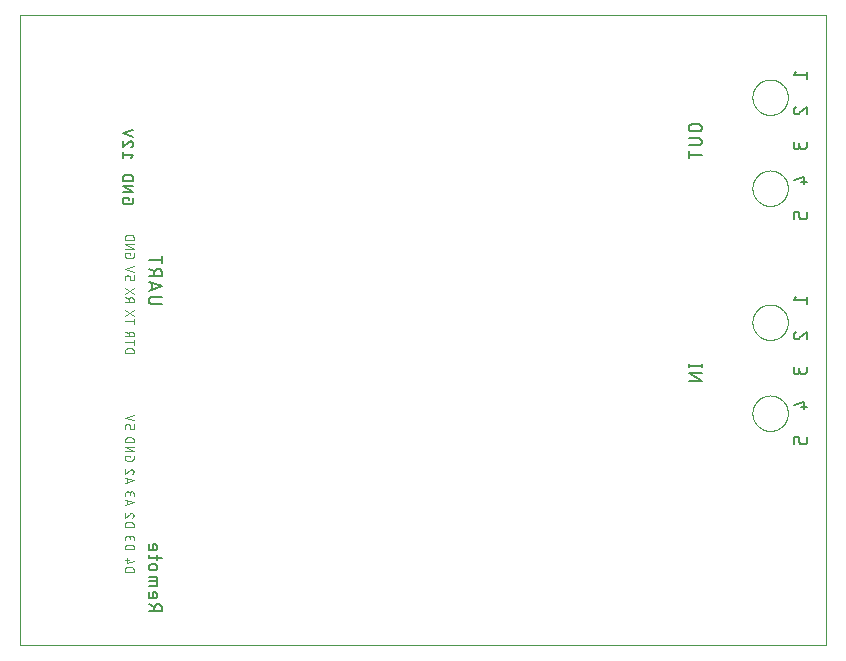
<source format=gbo>
G75*
%MOIN*%
%OFA0B0*%
%FSLAX25Y25*%
%IPPOS*%
%LPD*%
%AMOC8*
5,1,8,0,0,1.08239X$1,22.5*
%
%ADD10C,0.00000*%
%ADD11C,0.00400*%
%ADD12C,0.00600*%
%ADD13C,0.00500*%
D10*
X0001600Y0001600D02*
X0001600Y0211561D01*
X0270301Y0211561D01*
X0270301Y0001600D01*
X0001600Y0001600D01*
X0245694Y0078943D02*
X0245696Y0079096D01*
X0245702Y0079250D01*
X0245712Y0079403D01*
X0245726Y0079555D01*
X0245744Y0079708D01*
X0245766Y0079859D01*
X0245791Y0080010D01*
X0245821Y0080161D01*
X0245855Y0080311D01*
X0245892Y0080459D01*
X0245933Y0080607D01*
X0245978Y0080753D01*
X0246027Y0080899D01*
X0246080Y0081043D01*
X0246136Y0081185D01*
X0246196Y0081326D01*
X0246260Y0081466D01*
X0246327Y0081604D01*
X0246398Y0081740D01*
X0246473Y0081874D01*
X0246550Y0082006D01*
X0246632Y0082136D01*
X0246716Y0082264D01*
X0246804Y0082390D01*
X0246895Y0082513D01*
X0246989Y0082634D01*
X0247087Y0082752D01*
X0247187Y0082868D01*
X0247291Y0082981D01*
X0247397Y0083092D01*
X0247506Y0083200D01*
X0247618Y0083305D01*
X0247732Y0083406D01*
X0247850Y0083505D01*
X0247969Y0083601D01*
X0248091Y0083694D01*
X0248216Y0083783D01*
X0248343Y0083870D01*
X0248472Y0083952D01*
X0248603Y0084032D01*
X0248736Y0084108D01*
X0248871Y0084181D01*
X0249008Y0084250D01*
X0249147Y0084315D01*
X0249287Y0084377D01*
X0249429Y0084435D01*
X0249572Y0084490D01*
X0249717Y0084541D01*
X0249863Y0084588D01*
X0250010Y0084631D01*
X0250158Y0084670D01*
X0250307Y0084706D01*
X0250457Y0084737D01*
X0250608Y0084765D01*
X0250759Y0084789D01*
X0250912Y0084809D01*
X0251064Y0084825D01*
X0251217Y0084837D01*
X0251370Y0084845D01*
X0251523Y0084849D01*
X0251677Y0084849D01*
X0251830Y0084845D01*
X0251983Y0084837D01*
X0252136Y0084825D01*
X0252288Y0084809D01*
X0252441Y0084789D01*
X0252592Y0084765D01*
X0252743Y0084737D01*
X0252893Y0084706D01*
X0253042Y0084670D01*
X0253190Y0084631D01*
X0253337Y0084588D01*
X0253483Y0084541D01*
X0253628Y0084490D01*
X0253771Y0084435D01*
X0253913Y0084377D01*
X0254053Y0084315D01*
X0254192Y0084250D01*
X0254329Y0084181D01*
X0254464Y0084108D01*
X0254597Y0084032D01*
X0254728Y0083952D01*
X0254857Y0083870D01*
X0254984Y0083783D01*
X0255109Y0083694D01*
X0255231Y0083601D01*
X0255350Y0083505D01*
X0255468Y0083406D01*
X0255582Y0083305D01*
X0255694Y0083200D01*
X0255803Y0083092D01*
X0255909Y0082981D01*
X0256013Y0082868D01*
X0256113Y0082752D01*
X0256211Y0082634D01*
X0256305Y0082513D01*
X0256396Y0082390D01*
X0256484Y0082264D01*
X0256568Y0082136D01*
X0256650Y0082006D01*
X0256727Y0081874D01*
X0256802Y0081740D01*
X0256873Y0081604D01*
X0256940Y0081466D01*
X0257004Y0081326D01*
X0257064Y0081185D01*
X0257120Y0081043D01*
X0257173Y0080899D01*
X0257222Y0080753D01*
X0257267Y0080607D01*
X0257308Y0080459D01*
X0257345Y0080311D01*
X0257379Y0080161D01*
X0257409Y0080010D01*
X0257434Y0079859D01*
X0257456Y0079708D01*
X0257474Y0079555D01*
X0257488Y0079403D01*
X0257498Y0079250D01*
X0257504Y0079096D01*
X0257506Y0078943D01*
X0257504Y0078790D01*
X0257498Y0078636D01*
X0257488Y0078483D01*
X0257474Y0078331D01*
X0257456Y0078178D01*
X0257434Y0078027D01*
X0257409Y0077876D01*
X0257379Y0077725D01*
X0257345Y0077575D01*
X0257308Y0077427D01*
X0257267Y0077279D01*
X0257222Y0077133D01*
X0257173Y0076987D01*
X0257120Y0076843D01*
X0257064Y0076701D01*
X0257004Y0076560D01*
X0256940Y0076420D01*
X0256873Y0076282D01*
X0256802Y0076146D01*
X0256727Y0076012D01*
X0256650Y0075880D01*
X0256568Y0075750D01*
X0256484Y0075622D01*
X0256396Y0075496D01*
X0256305Y0075373D01*
X0256211Y0075252D01*
X0256113Y0075134D01*
X0256013Y0075018D01*
X0255909Y0074905D01*
X0255803Y0074794D01*
X0255694Y0074686D01*
X0255582Y0074581D01*
X0255468Y0074480D01*
X0255350Y0074381D01*
X0255231Y0074285D01*
X0255109Y0074192D01*
X0254984Y0074103D01*
X0254857Y0074016D01*
X0254728Y0073934D01*
X0254597Y0073854D01*
X0254464Y0073778D01*
X0254329Y0073705D01*
X0254192Y0073636D01*
X0254053Y0073571D01*
X0253913Y0073509D01*
X0253771Y0073451D01*
X0253628Y0073396D01*
X0253483Y0073345D01*
X0253337Y0073298D01*
X0253190Y0073255D01*
X0253042Y0073216D01*
X0252893Y0073180D01*
X0252743Y0073149D01*
X0252592Y0073121D01*
X0252441Y0073097D01*
X0252288Y0073077D01*
X0252136Y0073061D01*
X0251983Y0073049D01*
X0251830Y0073041D01*
X0251677Y0073037D01*
X0251523Y0073037D01*
X0251370Y0073041D01*
X0251217Y0073049D01*
X0251064Y0073061D01*
X0250912Y0073077D01*
X0250759Y0073097D01*
X0250608Y0073121D01*
X0250457Y0073149D01*
X0250307Y0073180D01*
X0250158Y0073216D01*
X0250010Y0073255D01*
X0249863Y0073298D01*
X0249717Y0073345D01*
X0249572Y0073396D01*
X0249429Y0073451D01*
X0249287Y0073509D01*
X0249147Y0073571D01*
X0249008Y0073636D01*
X0248871Y0073705D01*
X0248736Y0073778D01*
X0248603Y0073854D01*
X0248472Y0073934D01*
X0248343Y0074016D01*
X0248216Y0074103D01*
X0248091Y0074192D01*
X0247969Y0074285D01*
X0247850Y0074381D01*
X0247732Y0074480D01*
X0247618Y0074581D01*
X0247506Y0074686D01*
X0247397Y0074794D01*
X0247291Y0074905D01*
X0247187Y0075018D01*
X0247087Y0075134D01*
X0246989Y0075252D01*
X0246895Y0075373D01*
X0246804Y0075496D01*
X0246716Y0075622D01*
X0246632Y0075750D01*
X0246550Y0075880D01*
X0246473Y0076012D01*
X0246398Y0076146D01*
X0246327Y0076282D01*
X0246260Y0076420D01*
X0246196Y0076560D01*
X0246136Y0076701D01*
X0246080Y0076843D01*
X0246027Y0076987D01*
X0245978Y0077133D01*
X0245933Y0077279D01*
X0245892Y0077427D01*
X0245855Y0077575D01*
X0245821Y0077725D01*
X0245791Y0077876D01*
X0245766Y0078027D01*
X0245744Y0078178D01*
X0245726Y0078331D01*
X0245712Y0078483D01*
X0245702Y0078636D01*
X0245696Y0078790D01*
X0245694Y0078943D01*
X0245694Y0109257D02*
X0245696Y0109410D01*
X0245702Y0109564D01*
X0245712Y0109717D01*
X0245726Y0109869D01*
X0245744Y0110022D01*
X0245766Y0110173D01*
X0245791Y0110324D01*
X0245821Y0110475D01*
X0245855Y0110625D01*
X0245892Y0110773D01*
X0245933Y0110921D01*
X0245978Y0111067D01*
X0246027Y0111213D01*
X0246080Y0111357D01*
X0246136Y0111499D01*
X0246196Y0111640D01*
X0246260Y0111780D01*
X0246327Y0111918D01*
X0246398Y0112054D01*
X0246473Y0112188D01*
X0246550Y0112320D01*
X0246632Y0112450D01*
X0246716Y0112578D01*
X0246804Y0112704D01*
X0246895Y0112827D01*
X0246989Y0112948D01*
X0247087Y0113066D01*
X0247187Y0113182D01*
X0247291Y0113295D01*
X0247397Y0113406D01*
X0247506Y0113514D01*
X0247618Y0113619D01*
X0247732Y0113720D01*
X0247850Y0113819D01*
X0247969Y0113915D01*
X0248091Y0114008D01*
X0248216Y0114097D01*
X0248343Y0114184D01*
X0248472Y0114266D01*
X0248603Y0114346D01*
X0248736Y0114422D01*
X0248871Y0114495D01*
X0249008Y0114564D01*
X0249147Y0114629D01*
X0249287Y0114691D01*
X0249429Y0114749D01*
X0249572Y0114804D01*
X0249717Y0114855D01*
X0249863Y0114902D01*
X0250010Y0114945D01*
X0250158Y0114984D01*
X0250307Y0115020D01*
X0250457Y0115051D01*
X0250608Y0115079D01*
X0250759Y0115103D01*
X0250912Y0115123D01*
X0251064Y0115139D01*
X0251217Y0115151D01*
X0251370Y0115159D01*
X0251523Y0115163D01*
X0251677Y0115163D01*
X0251830Y0115159D01*
X0251983Y0115151D01*
X0252136Y0115139D01*
X0252288Y0115123D01*
X0252441Y0115103D01*
X0252592Y0115079D01*
X0252743Y0115051D01*
X0252893Y0115020D01*
X0253042Y0114984D01*
X0253190Y0114945D01*
X0253337Y0114902D01*
X0253483Y0114855D01*
X0253628Y0114804D01*
X0253771Y0114749D01*
X0253913Y0114691D01*
X0254053Y0114629D01*
X0254192Y0114564D01*
X0254329Y0114495D01*
X0254464Y0114422D01*
X0254597Y0114346D01*
X0254728Y0114266D01*
X0254857Y0114184D01*
X0254984Y0114097D01*
X0255109Y0114008D01*
X0255231Y0113915D01*
X0255350Y0113819D01*
X0255468Y0113720D01*
X0255582Y0113619D01*
X0255694Y0113514D01*
X0255803Y0113406D01*
X0255909Y0113295D01*
X0256013Y0113182D01*
X0256113Y0113066D01*
X0256211Y0112948D01*
X0256305Y0112827D01*
X0256396Y0112704D01*
X0256484Y0112578D01*
X0256568Y0112450D01*
X0256650Y0112320D01*
X0256727Y0112188D01*
X0256802Y0112054D01*
X0256873Y0111918D01*
X0256940Y0111780D01*
X0257004Y0111640D01*
X0257064Y0111499D01*
X0257120Y0111357D01*
X0257173Y0111213D01*
X0257222Y0111067D01*
X0257267Y0110921D01*
X0257308Y0110773D01*
X0257345Y0110625D01*
X0257379Y0110475D01*
X0257409Y0110324D01*
X0257434Y0110173D01*
X0257456Y0110022D01*
X0257474Y0109869D01*
X0257488Y0109717D01*
X0257498Y0109564D01*
X0257504Y0109410D01*
X0257506Y0109257D01*
X0257504Y0109104D01*
X0257498Y0108950D01*
X0257488Y0108797D01*
X0257474Y0108645D01*
X0257456Y0108492D01*
X0257434Y0108341D01*
X0257409Y0108190D01*
X0257379Y0108039D01*
X0257345Y0107889D01*
X0257308Y0107741D01*
X0257267Y0107593D01*
X0257222Y0107447D01*
X0257173Y0107301D01*
X0257120Y0107157D01*
X0257064Y0107015D01*
X0257004Y0106874D01*
X0256940Y0106734D01*
X0256873Y0106596D01*
X0256802Y0106460D01*
X0256727Y0106326D01*
X0256650Y0106194D01*
X0256568Y0106064D01*
X0256484Y0105936D01*
X0256396Y0105810D01*
X0256305Y0105687D01*
X0256211Y0105566D01*
X0256113Y0105448D01*
X0256013Y0105332D01*
X0255909Y0105219D01*
X0255803Y0105108D01*
X0255694Y0105000D01*
X0255582Y0104895D01*
X0255468Y0104794D01*
X0255350Y0104695D01*
X0255231Y0104599D01*
X0255109Y0104506D01*
X0254984Y0104417D01*
X0254857Y0104330D01*
X0254728Y0104248D01*
X0254597Y0104168D01*
X0254464Y0104092D01*
X0254329Y0104019D01*
X0254192Y0103950D01*
X0254053Y0103885D01*
X0253913Y0103823D01*
X0253771Y0103765D01*
X0253628Y0103710D01*
X0253483Y0103659D01*
X0253337Y0103612D01*
X0253190Y0103569D01*
X0253042Y0103530D01*
X0252893Y0103494D01*
X0252743Y0103463D01*
X0252592Y0103435D01*
X0252441Y0103411D01*
X0252288Y0103391D01*
X0252136Y0103375D01*
X0251983Y0103363D01*
X0251830Y0103355D01*
X0251677Y0103351D01*
X0251523Y0103351D01*
X0251370Y0103355D01*
X0251217Y0103363D01*
X0251064Y0103375D01*
X0250912Y0103391D01*
X0250759Y0103411D01*
X0250608Y0103435D01*
X0250457Y0103463D01*
X0250307Y0103494D01*
X0250158Y0103530D01*
X0250010Y0103569D01*
X0249863Y0103612D01*
X0249717Y0103659D01*
X0249572Y0103710D01*
X0249429Y0103765D01*
X0249287Y0103823D01*
X0249147Y0103885D01*
X0249008Y0103950D01*
X0248871Y0104019D01*
X0248736Y0104092D01*
X0248603Y0104168D01*
X0248472Y0104248D01*
X0248343Y0104330D01*
X0248216Y0104417D01*
X0248091Y0104506D01*
X0247969Y0104599D01*
X0247850Y0104695D01*
X0247732Y0104794D01*
X0247618Y0104895D01*
X0247506Y0105000D01*
X0247397Y0105108D01*
X0247291Y0105219D01*
X0247187Y0105332D01*
X0247087Y0105448D01*
X0246989Y0105566D01*
X0246895Y0105687D01*
X0246804Y0105810D01*
X0246716Y0105936D01*
X0246632Y0106064D01*
X0246550Y0106194D01*
X0246473Y0106326D01*
X0246398Y0106460D01*
X0246327Y0106596D01*
X0246260Y0106734D01*
X0246196Y0106874D01*
X0246136Y0107015D01*
X0246080Y0107157D01*
X0246027Y0107301D01*
X0245978Y0107447D01*
X0245933Y0107593D01*
X0245892Y0107741D01*
X0245855Y0107889D01*
X0245821Y0108039D01*
X0245791Y0108190D01*
X0245766Y0108341D01*
X0245744Y0108492D01*
X0245726Y0108645D01*
X0245712Y0108797D01*
X0245702Y0108950D01*
X0245696Y0109104D01*
X0245694Y0109257D01*
X0245694Y0153943D02*
X0245696Y0154096D01*
X0245702Y0154250D01*
X0245712Y0154403D01*
X0245726Y0154555D01*
X0245744Y0154708D01*
X0245766Y0154859D01*
X0245791Y0155010D01*
X0245821Y0155161D01*
X0245855Y0155311D01*
X0245892Y0155459D01*
X0245933Y0155607D01*
X0245978Y0155753D01*
X0246027Y0155899D01*
X0246080Y0156043D01*
X0246136Y0156185D01*
X0246196Y0156326D01*
X0246260Y0156466D01*
X0246327Y0156604D01*
X0246398Y0156740D01*
X0246473Y0156874D01*
X0246550Y0157006D01*
X0246632Y0157136D01*
X0246716Y0157264D01*
X0246804Y0157390D01*
X0246895Y0157513D01*
X0246989Y0157634D01*
X0247087Y0157752D01*
X0247187Y0157868D01*
X0247291Y0157981D01*
X0247397Y0158092D01*
X0247506Y0158200D01*
X0247618Y0158305D01*
X0247732Y0158406D01*
X0247850Y0158505D01*
X0247969Y0158601D01*
X0248091Y0158694D01*
X0248216Y0158783D01*
X0248343Y0158870D01*
X0248472Y0158952D01*
X0248603Y0159032D01*
X0248736Y0159108D01*
X0248871Y0159181D01*
X0249008Y0159250D01*
X0249147Y0159315D01*
X0249287Y0159377D01*
X0249429Y0159435D01*
X0249572Y0159490D01*
X0249717Y0159541D01*
X0249863Y0159588D01*
X0250010Y0159631D01*
X0250158Y0159670D01*
X0250307Y0159706D01*
X0250457Y0159737D01*
X0250608Y0159765D01*
X0250759Y0159789D01*
X0250912Y0159809D01*
X0251064Y0159825D01*
X0251217Y0159837D01*
X0251370Y0159845D01*
X0251523Y0159849D01*
X0251677Y0159849D01*
X0251830Y0159845D01*
X0251983Y0159837D01*
X0252136Y0159825D01*
X0252288Y0159809D01*
X0252441Y0159789D01*
X0252592Y0159765D01*
X0252743Y0159737D01*
X0252893Y0159706D01*
X0253042Y0159670D01*
X0253190Y0159631D01*
X0253337Y0159588D01*
X0253483Y0159541D01*
X0253628Y0159490D01*
X0253771Y0159435D01*
X0253913Y0159377D01*
X0254053Y0159315D01*
X0254192Y0159250D01*
X0254329Y0159181D01*
X0254464Y0159108D01*
X0254597Y0159032D01*
X0254728Y0158952D01*
X0254857Y0158870D01*
X0254984Y0158783D01*
X0255109Y0158694D01*
X0255231Y0158601D01*
X0255350Y0158505D01*
X0255468Y0158406D01*
X0255582Y0158305D01*
X0255694Y0158200D01*
X0255803Y0158092D01*
X0255909Y0157981D01*
X0256013Y0157868D01*
X0256113Y0157752D01*
X0256211Y0157634D01*
X0256305Y0157513D01*
X0256396Y0157390D01*
X0256484Y0157264D01*
X0256568Y0157136D01*
X0256650Y0157006D01*
X0256727Y0156874D01*
X0256802Y0156740D01*
X0256873Y0156604D01*
X0256940Y0156466D01*
X0257004Y0156326D01*
X0257064Y0156185D01*
X0257120Y0156043D01*
X0257173Y0155899D01*
X0257222Y0155753D01*
X0257267Y0155607D01*
X0257308Y0155459D01*
X0257345Y0155311D01*
X0257379Y0155161D01*
X0257409Y0155010D01*
X0257434Y0154859D01*
X0257456Y0154708D01*
X0257474Y0154555D01*
X0257488Y0154403D01*
X0257498Y0154250D01*
X0257504Y0154096D01*
X0257506Y0153943D01*
X0257504Y0153790D01*
X0257498Y0153636D01*
X0257488Y0153483D01*
X0257474Y0153331D01*
X0257456Y0153178D01*
X0257434Y0153027D01*
X0257409Y0152876D01*
X0257379Y0152725D01*
X0257345Y0152575D01*
X0257308Y0152427D01*
X0257267Y0152279D01*
X0257222Y0152133D01*
X0257173Y0151987D01*
X0257120Y0151843D01*
X0257064Y0151701D01*
X0257004Y0151560D01*
X0256940Y0151420D01*
X0256873Y0151282D01*
X0256802Y0151146D01*
X0256727Y0151012D01*
X0256650Y0150880D01*
X0256568Y0150750D01*
X0256484Y0150622D01*
X0256396Y0150496D01*
X0256305Y0150373D01*
X0256211Y0150252D01*
X0256113Y0150134D01*
X0256013Y0150018D01*
X0255909Y0149905D01*
X0255803Y0149794D01*
X0255694Y0149686D01*
X0255582Y0149581D01*
X0255468Y0149480D01*
X0255350Y0149381D01*
X0255231Y0149285D01*
X0255109Y0149192D01*
X0254984Y0149103D01*
X0254857Y0149016D01*
X0254728Y0148934D01*
X0254597Y0148854D01*
X0254464Y0148778D01*
X0254329Y0148705D01*
X0254192Y0148636D01*
X0254053Y0148571D01*
X0253913Y0148509D01*
X0253771Y0148451D01*
X0253628Y0148396D01*
X0253483Y0148345D01*
X0253337Y0148298D01*
X0253190Y0148255D01*
X0253042Y0148216D01*
X0252893Y0148180D01*
X0252743Y0148149D01*
X0252592Y0148121D01*
X0252441Y0148097D01*
X0252288Y0148077D01*
X0252136Y0148061D01*
X0251983Y0148049D01*
X0251830Y0148041D01*
X0251677Y0148037D01*
X0251523Y0148037D01*
X0251370Y0148041D01*
X0251217Y0148049D01*
X0251064Y0148061D01*
X0250912Y0148077D01*
X0250759Y0148097D01*
X0250608Y0148121D01*
X0250457Y0148149D01*
X0250307Y0148180D01*
X0250158Y0148216D01*
X0250010Y0148255D01*
X0249863Y0148298D01*
X0249717Y0148345D01*
X0249572Y0148396D01*
X0249429Y0148451D01*
X0249287Y0148509D01*
X0249147Y0148571D01*
X0249008Y0148636D01*
X0248871Y0148705D01*
X0248736Y0148778D01*
X0248603Y0148854D01*
X0248472Y0148934D01*
X0248343Y0149016D01*
X0248216Y0149103D01*
X0248091Y0149192D01*
X0247969Y0149285D01*
X0247850Y0149381D01*
X0247732Y0149480D01*
X0247618Y0149581D01*
X0247506Y0149686D01*
X0247397Y0149794D01*
X0247291Y0149905D01*
X0247187Y0150018D01*
X0247087Y0150134D01*
X0246989Y0150252D01*
X0246895Y0150373D01*
X0246804Y0150496D01*
X0246716Y0150622D01*
X0246632Y0150750D01*
X0246550Y0150880D01*
X0246473Y0151012D01*
X0246398Y0151146D01*
X0246327Y0151282D01*
X0246260Y0151420D01*
X0246196Y0151560D01*
X0246136Y0151701D01*
X0246080Y0151843D01*
X0246027Y0151987D01*
X0245978Y0152133D01*
X0245933Y0152279D01*
X0245892Y0152427D01*
X0245855Y0152575D01*
X0245821Y0152725D01*
X0245791Y0152876D01*
X0245766Y0153027D01*
X0245744Y0153178D01*
X0245726Y0153331D01*
X0245712Y0153483D01*
X0245702Y0153636D01*
X0245696Y0153790D01*
X0245694Y0153943D01*
X0245694Y0184257D02*
X0245696Y0184410D01*
X0245702Y0184564D01*
X0245712Y0184717D01*
X0245726Y0184869D01*
X0245744Y0185022D01*
X0245766Y0185173D01*
X0245791Y0185324D01*
X0245821Y0185475D01*
X0245855Y0185625D01*
X0245892Y0185773D01*
X0245933Y0185921D01*
X0245978Y0186067D01*
X0246027Y0186213D01*
X0246080Y0186357D01*
X0246136Y0186499D01*
X0246196Y0186640D01*
X0246260Y0186780D01*
X0246327Y0186918D01*
X0246398Y0187054D01*
X0246473Y0187188D01*
X0246550Y0187320D01*
X0246632Y0187450D01*
X0246716Y0187578D01*
X0246804Y0187704D01*
X0246895Y0187827D01*
X0246989Y0187948D01*
X0247087Y0188066D01*
X0247187Y0188182D01*
X0247291Y0188295D01*
X0247397Y0188406D01*
X0247506Y0188514D01*
X0247618Y0188619D01*
X0247732Y0188720D01*
X0247850Y0188819D01*
X0247969Y0188915D01*
X0248091Y0189008D01*
X0248216Y0189097D01*
X0248343Y0189184D01*
X0248472Y0189266D01*
X0248603Y0189346D01*
X0248736Y0189422D01*
X0248871Y0189495D01*
X0249008Y0189564D01*
X0249147Y0189629D01*
X0249287Y0189691D01*
X0249429Y0189749D01*
X0249572Y0189804D01*
X0249717Y0189855D01*
X0249863Y0189902D01*
X0250010Y0189945D01*
X0250158Y0189984D01*
X0250307Y0190020D01*
X0250457Y0190051D01*
X0250608Y0190079D01*
X0250759Y0190103D01*
X0250912Y0190123D01*
X0251064Y0190139D01*
X0251217Y0190151D01*
X0251370Y0190159D01*
X0251523Y0190163D01*
X0251677Y0190163D01*
X0251830Y0190159D01*
X0251983Y0190151D01*
X0252136Y0190139D01*
X0252288Y0190123D01*
X0252441Y0190103D01*
X0252592Y0190079D01*
X0252743Y0190051D01*
X0252893Y0190020D01*
X0253042Y0189984D01*
X0253190Y0189945D01*
X0253337Y0189902D01*
X0253483Y0189855D01*
X0253628Y0189804D01*
X0253771Y0189749D01*
X0253913Y0189691D01*
X0254053Y0189629D01*
X0254192Y0189564D01*
X0254329Y0189495D01*
X0254464Y0189422D01*
X0254597Y0189346D01*
X0254728Y0189266D01*
X0254857Y0189184D01*
X0254984Y0189097D01*
X0255109Y0189008D01*
X0255231Y0188915D01*
X0255350Y0188819D01*
X0255468Y0188720D01*
X0255582Y0188619D01*
X0255694Y0188514D01*
X0255803Y0188406D01*
X0255909Y0188295D01*
X0256013Y0188182D01*
X0256113Y0188066D01*
X0256211Y0187948D01*
X0256305Y0187827D01*
X0256396Y0187704D01*
X0256484Y0187578D01*
X0256568Y0187450D01*
X0256650Y0187320D01*
X0256727Y0187188D01*
X0256802Y0187054D01*
X0256873Y0186918D01*
X0256940Y0186780D01*
X0257004Y0186640D01*
X0257064Y0186499D01*
X0257120Y0186357D01*
X0257173Y0186213D01*
X0257222Y0186067D01*
X0257267Y0185921D01*
X0257308Y0185773D01*
X0257345Y0185625D01*
X0257379Y0185475D01*
X0257409Y0185324D01*
X0257434Y0185173D01*
X0257456Y0185022D01*
X0257474Y0184869D01*
X0257488Y0184717D01*
X0257498Y0184564D01*
X0257504Y0184410D01*
X0257506Y0184257D01*
X0257504Y0184104D01*
X0257498Y0183950D01*
X0257488Y0183797D01*
X0257474Y0183645D01*
X0257456Y0183492D01*
X0257434Y0183341D01*
X0257409Y0183190D01*
X0257379Y0183039D01*
X0257345Y0182889D01*
X0257308Y0182741D01*
X0257267Y0182593D01*
X0257222Y0182447D01*
X0257173Y0182301D01*
X0257120Y0182157D01*
X0257064Y0182015D01*
X0257004Y0181874D01*
X0256940Y0181734D01*
X0256873Y0181596D01*
X0256802Y0181460D01*
X0256727Y0181326D01*
X0256650Y0181194D01*
X0256568Y0181064D01*
X0256484Y0180936D01*
X0256396Y0180810D01*
X0256305Y0180687D01*
X0256211Y0180566D01*
X0256113Y0180448D01*
X0256013Y0180332D01*
X0255909Y0180219D01*
X0255803Y0180108D01*
X0255694Y0180000D01*
X0255582Y0179895D01*
X0255468Y0179794D01*
X0255350Y0179695D01*
X0255231Y0179599D01*
X0255109Y0179506D01*
X0254984Y0179417D01*
X0254857Y0179330D01*
X0254728Y0179248D01*
X0254597Y0179168D01*
X0254464Y0179092D01*
X0254329Y0179019D01*
X0254192Y0178950D01*
X0254053Y0178885D01*
X0253913Y0178823D01*
X0253771Y0178765D01*
X0253628Y0178710D01*
X0253483Y0178659D01*
X0253337Y0178612D01*
X0253190Y0178569D01*
X0253042Y0178530D01*
X0252893Y0178494D01*
X0252743Y0178463D01*
X0252592Y0178435D01*
X0252441Y0178411D01*
X0252288Y0178391D01*
X0252136Y0178375D01*
X0251983Y0178363D01*
X0251830Y0178355D01*
X0251677Y0178351D01*
X0251523Y0178351D01*
X0251370Y0178355D01*
X0251217Y0178363D01*
X0251064Y0178375D01*
X0250912Y0178391D01*
X0250759Y0178411D01*
X0250608Y0178435D01*
X0250457Y0178463D01*
X0250307Y0178494D01*
X0250158Y0178530D01*
X0250010Y0178569D01*
X0249863Y0178612D01*
X0249717Y0178659D01*
X0249572Y0178710D01*
X0249429Y0178765D01*
X0249287Y0178823D01*
X0249147Y0178885D01*
X0249008Y0178950D01*
X0248871Y0179019D01*
X0248736Y0179092D01*
X0248603Y0179168D01*
X0248472Y0179248D01*
X0248343Y0179330D01*
X0248216Y0179417D01*
X0248091Y0179506D01*
X0247969Y0179599D01*
X0247850Y0179695D01*
X0247732Y0179794D01*
X0247618Y0179895D01*
X0247506Y0180000D01*
X0247397Y0180108D01*
X0247291Y0180219D01*
X0247187Y0180332D01*
X0247087Y0180448D01*
X0246989Y0180566D01*
X0246895Y0180687D01*
X0246804Y0180810D01*
X0246716Y0180936D01*
X0246632Y0181064D01*
X0246550Y0181194D01*
X0246473Y0181326D01*
X0246398Y0181460D01*
X0246327Y0181596D01*
X0246260Y0181734D01*
X0246196Y0181874D01*
X0246136Y0182015D01*
X0246080Y0182157D01*
X0246027Y0182301D01*
X0245978Y0182447D01*
X0245933Y0182593D01*
X0245892Y0182741D01*
X0245855Y0182889D01*
X0245821Y0183039D01*
X0245791Y0183190D01*
X0245766Y0183341D01*
X0245744Y0183492D01*
X0245726Y0183645D01*
X0245712Y0183797D01*
X0245702Y0183950D01*
X0245696Y0184104D01*
X0245694Y0184257D01*
D11*
X0039400Y0137622D02*
X0039400Y0136844D01*
X0036600Y0136844D01*
X0036600Y0137622D01*
X0036602Y0137678D01*
X0036608Y0137733D01*
X0036618Y0137787D01*
X0036632Y0137841D01*
X0036649Y0137894D01*
X0036670Y0137945D01*
X0036695Y0137995D01*
X0036724Y0138043D01*
X0036755Y0138088D01*
X0036790Y0138131D01*
X0036828Y0138172D01*
X0036869Y0138210D01*
X0036912Y0138245D01*
X0036957Y0138276D01*
X0037005Y0138305D01*
X0037055Y0138330D01*
X0037106Y0138351D01*
X0037159Y0138368D01*
X0037213Y0138382D01*
X0037267Y0138392D01*
X0037322Y0138398D01*
X0037378Y0138400D01*
X0038622Y0138400D01*
X0038678Y0138398D01*
X0038733Y0138392D01*
X0038787Y0138382D01*
X0038841Y0138368D01*
X0038894Y0138351D01*
X0038945Y0138330D01*
X0038995Y0138305D01*
X0039043Y0138276D01*
X0039088Y0138245D01*
X0039131Y0138210D01*
X0039172Y0138172D01*
X0039210Y0138131D01*
X0039245Y0138088D01*
X0039276Y0138043D01*
X0039305Y0137995D01*
X0039330Y0137945D01*
X0039351Y0137894D01*
X0039368Y0137841D01*
X0039382Y0137787D01*
X0039392Y0137733D01*
X0039398Y0137678D01*
X0039400Y0137622D01*
X0039400Y0135328D02*
X0036600Y0135328D01*
X0039400Y0133772D01*
X0036600Y0133772D01*
X0036600Y0132256D02*
X0036600Y0131323D01*
X0036602Y0131274D01*
X0036608Y0131226D01*
X0036617Y0131178D01*
X0036630Y0131131D01*
X0036647Y0131085D01*
X0036668Y0131041D01*
X0036692Y0130998D01*
X0036719Y0130957D01*
X0036749Y0130919D01*
X0036782Y0130883D01*
X0036818Y0130850D01*
X0036856Y0130820D01*
X0036897Y0130793D01*
X0036940Y0130769D01*
X0036984Y0130748D01*
X0037030Y0130731D01*
X0037077Y0130718D01*
X0037125Y0130709D01*
X0037173Y0130703D01*
X0037222Y0130701D01*
X0037222Y0130700D02*
X0038778Y0130700D01*
X0038778Y0130701D02*
X0038827Y0130703D01*
X0038875Y0130709D01*
X0038923Y0130718D01*
X0038970Y0130731D01*
X0039016Y0130748D01*
X0039060Y0130769D01*
X0039103Y0130793D01*
X0039144Y0130820D01*
X0039182Y0130850D01*
X0039218Y0130883D01*
X0039251Y0130919D01*
X0039281Y0130957D01*
X0039308Y0130998D01*
X0039332Y0131041D01*
X0039353Y0131085D01*
X0039370Y0131131D01*
X0039383Y0131178D01*
X0039392Y0131226D01*
X0039398Y0131274D01*
X0039400Y0131323D01*
X0039400Y0132256D01*
X0038156Y0132256D02*
X0036600Y0132256D01*
X0038156Y0132256D02*
X0038156Y0131789D01*
X0039400Y0127900D02*
X0036600Y0126966D01*
X0039400Y0126033D01*
X0039400Y0124864D02*
X0039400Y0123308D01*
X0038156Y0123308D01*
X0038156Y0124242D01*
X0038155Y0124242D02*
X0038153Y0124291D01*
X0038147Y0124339D01*
X0038138Y0124387D01*
X0038125Y0124434D01*
X0038108Y0124480D01*
X0038087Y0124524D01*
X0038063Y0124567D01*
X0038036Y0124608D01*
X0038006Y0124646D01*
X0037973Y0124682D01*
X0037937Y0124715D01*
X0037899Y0124745D01*
X0037858Y0124772D01*
X0037815Y0124796D01*
X0037771Y0124817D01*
X0037725Y0124834D01*
X0037678Y0124847D01*
X0037630Y0124856D01*
X0037582Y0124862D01*
X0037533Y0124864D01*
X0037222Y0124864D01*
X0037173Y0124862D01*
X0037125Y0124856D01*
X0037077Y0124847D01*
X0037030Y0124834D01*
X0036984Y0124817D01*
X0036940Y0124796D01*
X0036897Y0124772D01*
X0036856Y0124745D01*
X0036818Y0124715D01*
X0036782Y0124682D01*
X0036749Y0124646D01*
X0036719Y0124608D01*
X0036692Y0124567D01*
X0036668Y0124524D01*
X0036647Y0124480D01*
X0036630Y0124434D01*
X0036617Y0124387D01*
X0036608Y0124339D01*
X0036602Y0124291D01*
X0036600Y0124242D01*
X0036600Y0123308D01*
X0036600Y0120604D02*
X0039400Y0118737D01*
X0039400Y0120604D02*
X0036600Y0118737D01*
X0036600Y0117592D02*
X0037844Y0116970D01*
X0037844Y0116814D02*
X0037844Y0116036D01*
X0037844Y0116814D02*
X0037846Y0116870D01*
X0037852Y0116925D01*
X0037862Y0116979D01*
X0037876Y0117033D01*
X0037893Y0117086D01*
X0037914Y0117137D01*
X0037939Y0117187D01*
X0037968Y0117235D01*
X0037999Y0117280D01*
X0038034Y0117323D01*
X0038072Y0117364D01*
X0038113Y0117402D01*
X0038156Y0117437D01*
X0038201Y0117468D01*
X0038249Y0117497D01*
X0038299Y0117522D01*
X0038350Y0117543D01*
X0038403Y0117560D01*
X0038457Y0117574D01*
X0038511Y0117584D01*
X0038566Y0117590D01*
X0038622Y0117592D01*
X0038678Y0117590D01*
X0038733Y0117584D01*
X0038787Y0117574D01*
X0038841Y0117560D01*
X0038894Y0117543D01*
X0038945Y0117522D01*
X0038995Y0117497D01*
X0039043Y0117468D01*
X0039088Y0117437D01*
X0039131Y0117402D01*
X0039172Y0117364D01*
X0039210Y0117323D01*
X0039245Y0117280D01*
X0039276Y0117235D01*
X0039305Y0117187D01*
X0039330Y0117137D01*
X0039351Y0117086D01*
X0039368Y0117033D01*
X0039382Y0116979D01*
X0039392Y0116925D01*
X0039398Y0116870D01*
X0039400Y0116814D01*
X0039400Y0116036D01*
X0036600Y0116036D01*
X0036600Y0113212D02*
X0039400Y0111345D01*
X0039400Y0110368D02*
X0039400Y0108812D01*
X0039400Y0109590D02*
X0036600Y0109590D01*
X0036600Y0111345D02*
X0039400Y0113212D01*
X0036600Y0106168D02*
X0037844Y0105546D01*
X0037844Y0105390D02*
X0037844Y0104612D01*
X0037844Y0105390D02*
X0037846Y0105446D01*
X0037852Y0105501D01*
X0037862Y0105555D01*
X0037876Y0105609D01*
X0037893Y0105662D01*
X0037914Y0105713D01*
X0037939Y0105763D01*
X0037968Y0105811D01*
X0037999Y0105856D01*
X0038034Y0105899D01*
X0038072Y0105940D01*
X0038113Y0105978D01*
X0038156Y0106013D01*
X0038201Y0106044D01*
X0038249Y0106073D01*
X0038299Y0106098D01*
X0038350Y0106119D01*
X0038403Y0106136D01*
X0038457Y0106150D01*
X0038511Y0106160D01*
X0038566Y0106166D01*
X0038622Y0106168D01*
X0038678Y0106166D01*
X0038733Y0106160D01*
X0038787Y0106150D01*
X0038841Y0106136D01*
X0038894Y0106119D01*
X0038945Y0106098D01*
X0038995Y0106073D01*
X0039043Y0106044D01*
X0039088Y0106013D01*
X0039131Y0105978D01*
X0039172Y0105940D01*
X0039210Y0105899D01*
X0039245Y0105856D01*
X0039276Y0105811D01*
X0039305Y0105763D01*
X0039330Y0105713D01*
X0039351Y0105662D01*
X0039368Y0105609D01*
X0039382Y0105555D01*
X0039392Y0105501D01*
X0039398Y0105446D01*
X0039400Y0105390D01*
X0039400Y0104612D01*
X0036600Y0104612D01*
X0036600Y0102582D02*
X0039400Y0102582D01*
X0039400Y0101805D02*
X0039400Y0103360D01*
X0038622Y0100576D02*
X0037378Y0100576D01*
X0037322Y0100574D01*
X0037267Y0100568D01*
X0037213Y0100558D01*
X0037159Y0100544D01*
X0037106Y0100527D01*
X0037055Y0100506D01*
X0037005Y0100481D01*
X0036957Y0100452D01*
X0036912Y0100421D01*
X0036869Y0100386D01*
X0036828Y0100348D01*
X0036790Y0100307D01*
X0036755Y0100264D01*
X0036724Y0100219D01*
X0036695Y0100171D01*
X0036670Y0100121D01*
X0036649Y0100070D01*
X0036632Y0100017D01*
X0036618Y0099963D01*
X0036608Y0099909D01*
X0036602Y0099854D01*
X0036600Y0099798D01*
X0036600Y0099021D01*
X0039400Y0099021D01*
X0039400Y0099798D01*
X0039398Y0099854D01*
X0039392Y0099909D01*
X0039382Y0099963D01*
X0039368Y0100017D01*
X0039351Y0100070D01*
X0039330Y0100121D01*
X0039305Y0100171D01*
X0039276Y0100219D01*
X0039245Y0100264D01*
X0039210Y0100307D01*
X0039172Y0100348D01*
X0039131Y0100386D01*
X0039088Y0100421D01*
X0039043Y0100452D01*
X0038995Y0100481D01*
X0038945Y0100506D01*
X0038894Y0100527D01*
X0038841Y0100544D01*
X0038787Y0100558D01*
X0038733Y0100568D01*
X0038678Y0100574D01*
X0038622Y0100576D01*
X0039400Y0078400D02*
X0036600Y0077467D01*
X0039400Y0076533D01*
X0039400Y0075364D02*
X0039400Y0073809D01*
X0038156Y0073809D01*
X0038156Y0074742D01*
X0038155Y0074742D02*
X0038153Y0074791D01*
X0038147Y0074839D01*
X0038138Y0074887D01*
X0038125Y0074934D01*
X0038108Y0074980D01*
X0038087Y0075024D01*
X0038063Y0075067D01*
X0038036Y0075108D01*
X0038006Y0075146D01*
X0037973Y0075182D01*
X0037937Y0075215D01*
X0037899Y0075245D01*
X0037858Y0075272D01*
X0037815Y0075296D01*
X0037771Y0075317D01*
X0037725Y0075334D01*
X0037678Y0075347D01*
X0037630Y0075356D01*
X0037582Y0075362D01*
X0037533Y0075364D01*
X0037222Y0075364D01*
X0037173Y0075362D01*
X0037125Y0075356D01*
X0037077Y0075347D01*
X0037030Y0075334D01*
X0036984Y0075317D01*
X0036940Y0075296D01*
X0036897Y0075272D01*
X0036856Y0075245D01*
X0036818Y0075215D01*
X0036782Y0075182D01*
X0036749Y0075146D01*
X0036719Y0075108D01*
X0036692Y0075067D01*
X0036668Y0075024D01*
X0036647Y0074980D01*
X0036630Y0074934D01*
X0036617Y0074887D01*
X0036608Y0074839D01*
X0036602Y0074791D01*
X0036600Y0074742D01*
X0036600Y0073809D01*
X0037378Y0070852D02*
X0038622Y0070852D01*
X0038622Y0070853D02*
X0038678Y0070851D01*
X0038733Y0070845D01*
X0038787Y0070835D01*
X0038841Y0070821D01*
X0038894Y0070804D01*
X0038945Y0070783D01*
X0038995Y0070758D01*
X0039043Y0070729D01*
X0039088Y0070698D01*
X0039131Y0070663D01*
X0039172Y0070625D01*
X0039210Y0070584D01*
X0039245Y0070541D01*
X0039276Y0070496D01*
X0039305Y0070448D01*
X0039330Y0070398D01*
X0039351Y0070347D01*
X0039368Y0070294D01*
X0039382Y0070240D01*
X0039392Y0070186D01*
X0039398Y0070131D01*
X0039400Y0070075D01*
X0039400Y0069297D01*
X0036600Y0069297D01*
X0036600Y0070075D01*
X0036602Y0070131D01*
X0036608Y0070186D01*
X0036618Y0070240D01*
X0036632Y0070294D01*
X0036649Y0070347D01*
X0036670Y0070398D01*
X0036695Y0070448D01*
X0036724Y0070496D01*
X0036755Y0070541D01*
X0036790Y0070584D01*
X0036828Y0070625D01*
X0036869Y0070663D01*
X0036912Y0070698D01*
X0036957Y0070729D01*
X0037005Y0070758D01*
X0037055Y0070783D01*
X0037106Y0070804D01*
X0037159Y0070821D01*
X0037213Y0070835D01*
X0037267Y0070845D01*
X0037322Y0070851D01*
X0037378Y0070853D01*
X0036600Y0067780D02*
X0039400Y0067780D01*
X0039400Y0066225D02*
X0036600Y0067780D01*
X0036600Y0066225D02*
X0039400Y0066225D01*
X0039400Y0064708D02*
X0039400Y0063775D01*
X0039398Y0063726D01*
X0039392Y0063678D01*
X0039383Y0063630D01*
X0039370Y0063583D01*
X0039353Y0063537D01*
X0039332Y0063493D01*
X0039308Y0063450D01*
X0039281Y0063409D01*
X0039251Y0063371D01*
X0039218Y0063335D01*
X0039182Y0063302D01*
X0039144Y0063272D01*
X0039103Y0063245D01*
X0039060Y0063221D01*
X0039016Y0063200D01*
X0038970Y0063183D01*
X0038923Y0063170D01*
X0038875Y0063161D01*
X0038827Y0063155D01*
X0038778Y0063153D01*
X0037222Y0063153D01*
X0037173Y0063155D01*
X0037125Y0063161D01*
X0037077Y0063170D01*
X0037030Y0063183D01*
X0036984Y0063200D01*
X0036940Y0063221D01*
X0036897Y0063245D01*
X0036856Y0063272D01*
X0036818Y0063302D01*
X0036782Y0063335D01*
X0036749Y0063371D01*
X0036719Y0063409D01*
X0036692Y0063450D01*
X0036668Y0063493D01*
X0036647Y0063537D01*
X0036630Y0063583D01*
X0036617Y0063630D01*
X0036608Y0063678D01*
X0036602Y0063726D01*
X0036600Y0063775D01*
X0036600Y0064708D01*
X0038156Y0064708D01*
X0038156Y0064242D01*
X0038156Y0059963D02*
X0036600Y0058641D01*
X0036600Y0060196D01*
X0038778Y0058641D02*
X0038831Y0058660D01*
X0038883Y0058682D01*
X0038933Y0058708D01*
X0038982Y0058737D01*
X0039029Y0058768D01*
X0039074Y0058803D01*
X0039116Y0058840D01*
X0039156Y0058880D01*
X0039193Y0058923D01*
X0039228Y0058967D01*
X0039260Y0059014D01*
X0039289Y0059063D01*
X0039314Y0059113D01*
X0039337Y0059165D01*
X0039356Y0059218D01*
X0039372Y0059272D01*
X0039384Y0059327D01*
X0039393Y0059383D01*
X0039398Y0059440D01*
X0039400Y0059496D01*
X0039398Y0059546D01*
X0039393Y0059596D01*
X0039384Y0059645D01*
X0039372Y0059693D01*
X0039356Y0059741D01*
X0039337Y0059787D01*
X0039314Y0059831D01*
X0039289Y0059874D01*
X0039260Y0059915D01*
X0039229Y0059954D01*
X0039195Y0059991D01*
X0039158Y0060025D01*
X0039119Y0060056D01*
X0039078Y0060085D01*
X0039035Y0060110D01*
X0038991Y0060133D01*
X0038945Y0060152D01*
X0038897Y0060168D01*
X0038849Y0060180D01*
X0038800Y0060189D01*
X0038750Y0060194D01*
X0038700Y0060196D01*
X0038700Y0060197D02*
X0038649Y0060195D01*
X0038599Y0060190D01*
X0038549Y0060182D01*
X0038499Y0060170D01*
X0038451Y0060155D01*
X0038404Y0060136D01*
X0038358Y0060115D01*
X0038313Y0060090D01*
X0038271Y0060063D01*
X0038230Y0060032D01*
X0038192Y0059999D01*
X0038155Y0059964D01*
X0037300Y0057239D02*
X0037300Y0055839D01*
X0036600Y0055605D02*
X0039400Y0056539D01*
X0036600Y0057472D01*
X0036600Y0052123D02*
X0036600Y0051345D01*
X0036600Y0052123D02*
X0036602Y0052179D01*
X0036608Y0052234D01*
X0036618Y0052288D01*
X0036632Y0052342D01*
X0036649Y0052395D01*
X0036670Y0052446D01*
X0036695Y0052496D01*
X0036724Y0052544D01*
X0036755Y0052589D01*
X0036790Y0052632D01*
X0036828Y0052673D01*
X0036869Y0052711D01*
X0036912Y0052746D01*
X0036957Y0052777D01*
X0037005Y0052806D01*
X0037055Y0052831D01*
X0037106Y0052852D01*
X0037159Y0052869D01*
X0037213Y0052883D01*
X0037267Y0052893D01*
X0037322Y0052899D01*
X0037378Y0052901D01*
X0037434Y0052899D01*
X0037489Y0052893D01*
X0037543Y0052883D01*
X0037597Y0052869D01*
X0037650Y0052852D01*
X0037701Y0052831D01*
X0037751Y0052806D01*
X0037799Y0052777D01*
X0037844Y0052746D01*
X0037887Y0052711D01*
X0037928Y0052673D01*
X0037966Y0052632D01*
X0038001Y0052589D01*
X0038032Y0052544D01*
X0038061Y0052496D01*
X0038086Y0052446D01*
X0038107Y0052395D01*
X0038124Y0052342D01*
X0038138Y0052288D01*
X0038148Y0052234D01*
X0038154Y0052179D01*
X0038156Y0052123D01*
X0038156Y0052278D02*
X0038156Y0051656D01*
X0038156Y0052278D02*
X0038158Y0052327D01*
X0038164Y0052375D01*
X0038173Y0052423D01*
X0038186Y0052470D01*
X0038203Y0052516D01*
X0038224Y0052560D01*
X0038248Y0052603D01*
X0038275Y0052644D01*
X0038305Y0052682D01*
X0038338Y0052718D01*
X0038374Y0052751D01*
X0038412Y0052781D01*
X0038453Y0052808D01*
X0038496Y0052832D01*
X0038540Y0052853D01*
X0038586Y0052870D01*
X0038633Y0052883D01*
X0038681Y0052892D01*
X0038729Y0052898D01*
X0038778Y0052900D01*
X0038827Y0052898D01*
X0038875Y0052892D01*
X0038923Y0052883D01*
X0038970Y0052870D01*
X0039016Y0052853D01*
X0039060Y0052832D01*
X0039103Y0052808D01*
X0039144Y0052781D01*
X0039182Y0052751D01*
X0039218Y0052718D01*
X0039251Y0052682D01*
X0039281Y0052644D01*
X0039308Y0052603D01*
X0039332Y0052560D01*
X0039353Y0052516D01*
X0039370Y0052470D01*
X0039383Y0052423D01*
X0039392Y0052375D01*
X0039398Y0052327D01*
X0039400Y0052278D01*
X0039400Y0051345D01*
X0039400Y0049243D02*
X0036600Y0050176D01*
X0037300Y0049943D02*
X0037300Y0048543D01*
X0036600Y0048309D02*
X0039400Y0049243D01*
X0038156Y0045371D02*
X0036600Y0044049D01*
X0036600Y0045604D01*
X0038778Y0044049D02*
X0038831Y0044068D01*
X0038883Y0044090D01*
X0038933Y0044116D01*
X0038982Y0044145D01*
X0039029Y0044176D01*
X0039074Y0044211D01*
X0039116Y0044248D01*
X0039156Y0044288D01*
X0039193Y0044331D01*
X0039228Y0044375D01*
X0039260Y0044422D01*
X0039289Y0044471D01*
X0039314Y0044521D01*
X0039337Y0044573D01*
X0039356Y0044626D01*
X0039372Y0044680D01*
X0039384Y0044735D01*
X0039393Y0044791D01*
X0039398Y0044848D01*
X0039400Y0044904D01*
X0039398Y0044954D01*
X0039393Y0045004D01*
X0039384Y0045053D01*
X0039372Y0045101D01*
X0039356Y0045149D01*
X0039337Y0045195D01*
X0039314Y0045239D01*
X0039289Y0045282D01*
X0039260Y0045323D01*
X0039229Y0045362D01*
X0039195Y0045399D01*
X0039158Y0045433D01*
X0039119Y0045464D01*
X0039078Y0045493D01*
X0039035Y0045518D01*
X0038991Y0045541D01*
X0038945Y0045560D01*
X0038897Y0045576D01*
X0038849Y0045588D01*
X0038800Y0045597D01*
X0038750Y0045602D01*
X0038700Y0045604D01*
X0038700Y0045605D02*
X0038649Y0045603D01*
X0038599Y0045598D01*
X0038549Y0045590D01*
X0038499Y0045578D01*
X0038451Y0045563D01*
X0038404Y0045544D01*
X0038358Y0045523D01*
X0038313Y0045498D01*
X0038271Y0045471D01*
X0038230Y0045440D01*
X0038192Y0045407D01*
X0038155Y0045372D01*
X0038622Y0042628D02*
X0037378Y0042628D01*
X0037378Y0042629D02*
X0037322Y0042627D01*
X0037267Y0042621D01*
X0037213Y0042611D01*
X0037159Y0042597D01*
X0037106Y0042580D01*
X0037055Y0042559D01*
X0037005Y0042534D01*
X0036957Y0042505D01*
X0036912Y0042474D01*
X0036869Y0042439D01*
X0036828Y0042401D01*
X0036790Y0042360D01*
X0036755Y0042317D01*
X0036724Y0042272D01*
X0036695Y0042224D01*
X0036670Y0042174D01*
X0036649Y0042123D01*
X0036632Y0042070D01*
X0036618Y0042016D01*
X0036608Y0041962D01*
X0036602Y0041907D01*
X0036600Y0041851D01*
X0036600Y0041073D01*
X0039400Y0041073D01*
X0039400Y0041851D01*
X0039398Y0041907D01*
X0039392Y0041962D01*
X0039382Y0042016D01*
X0039368Y0042070D01*
X0039351Y0042123D01*
X0039330Y0042174D01*
X0039305Y0042224D01*
X0039276Y0042272D01*
X0039245Y0042317D01*
X0039210Y0042360D01*
X0039172Y0042401D01*
X0039131Y0042439D01*
X0039088Y0042474D01*
X0039043Y0042505D01*
X0038995Y0042534D01*
X0038945Y0042559D01*
X0038894Y0042580D01*
X0038841Y0042597D01*
X0038787Y0042611D01*
X0038733Y0042621D01*
X0038678Y0042627D01*
X0038622Y0042629D01*
X0038156Y0037494D02*
X0038158Y0037543D01*
X0038164Y0037591D01*
X0038173Y0037639D01*
X0038186Y0037686D01*
X0038203Y0037732D01*
X0038224Y0037776D01*
X0038248Y0037819D01*
X0038275Y0037860D01*
X0038305Y0037898D01*
X0038338Y0037934D01*
X0038374Y0037967D01*
X0038412Y0037997D01*
X0038453Y0038024D01*
X0038496Y0038048D01*
X0038540Y0038069D01*
X0038586Y0038086D01*
X0038633Y0038099D01*
X0038681Y0038108D01*
X0038729Y0038114D01*
X0038778Y0038116D01*
X0038827Y0038114D01*
X0038875Y0038108D01*
X0038923Y0038099D01*
X0038970Y0038086D01*
X0039016Y0038069D01*
X0039060Y0038048D01*
X0039103Y0038024D01*
X0039144Y0037997D01*
X0039182Y0037967D01*
X0039218Y0037934D01*
X0039251Y0037898D01*
X0039281Y0037860D01*
X0039308Y0037819D01*
X0039332Y0037776D01*
X0039353Y0037732D01*
X0039370Y0037686D01*
X0039383Y0037639D01*
X0039392Y0037591D01*
X0039398Y0037543D01*
X0039400Y0037494D01*
X0039400Y0036561D01*
X0038156Y0036872D02*
X0038156Y0037494D01*
X0038156Y0037339D02*
X0038154Y0037395D01*
X0038148Y0037450D01*
X0038138Y0037504D01*
X0038124Y0037558D01*
X0038107Y0037611D01*
X0038086Y0037662D01*
X0038061Y0037712D01*
X0038032Y0037760D01*
X0038001Y0037805D01*
X0037966Y0037848D01*
X0037928Y0037889D01*
X0037887Y0037927D01*
X0037844Y0037962D01*
X0037799Y0037993D01*
X0037751Y0038022D01*
X0037701Y0038047D01*
X0037650Y0038068D01*
X0037597Y0038085D01*
X0037543Y0038099D01*
X0037489Y0038109D01*
X0037434Y0038115D01*
X0037378Y0038117D01*
X0037322Y0038115D01*
X0037267Y0038109D01*
X0037213Y0038099D01*
X0037159Y0038085D01*
X0037106Y0038068D01*
X0037055Y0038047D01*
X0037005Y0038022D01*
X0036957Y0037993D01*
X0036912Y0037962D01*
X0036869Y0037927D01*
X0036828Y0037889D01*
X0036790Y0037848D01*
X0036755Y0037805D01*
X0036724Y0037760D01*
X0036695Y0037712D01*
X0036670Y0037662D01*
X0036649Y0037611D01*
X0036632Y0037558D01*
X0036618Y0037504D01*
X0036608Y0037450D01*
X0036602Y0037395D01*
X0036600Y0037339D01*
X0036600Y0036561D01*
X0037378Y0035140D02*
X0038622Y0035140D01*
X0038622Y0035141D02*
X0038678Y0035139D01*
X0038733Y0035133D01*
X0038787Y0035123D01*
X0038841Y0035109D01*
X0038894Y0035092D01*
X0038945Y0035071D01*
X0038995Y0035046D01*
X0039043Y0035017D01*
X0039088Y0034986D01*
X0039131Y0034951D01*
X0039172Y0034913D01*
X0039210Y0034872D01*
X0039245Y0034829D01*
X0039276Y0034784D01*
X0039305Y0034736D01*
X0039330Y0034686D01*
X0039351Y0034635D01*
X0039368Y0034582D01*
X0039382Y0034528D01*
X0039392Y0034474D01*
X0039398Y0034419D01*
X0039400Y0034363D01*
X0039400Y0033585D01*
X0036600Y0033585D01*
X0036600Y0034363D01*
X0036602Y0034419D01*
X0036608Y0034474D01*
X0036618Y0034528D01*
X0036632Y0034582D01*
X0036649Y0034635D01*
X0036670Y0034686D01*
X0036695Y0034736D01*
X0036724Y0034784D01*
X0036755Y0034829D01*
X0036790Y0034872D01*
X0036828Y0034913D01*
X0036869Y0034951D01*
X0036912Y0034986D01*
X0036957Y0035017D01*
X0037005Y0035046D01*
X0037055Y0035071D01*
X0037106Y0035092D01*
X0037159Y0035109D01*
X0037213Y0035123D01*
X0037267Y0035133D01*
X0037322Y0035139D01*
X0037378Y0035141D01*
X0037222Y0030628D02*
X0037222Y0029073D01*
X0039400Y0029695D01*
X0037844Y0030162D02*
X0036600Y0030162D01*
X0037378Y0027652D02*
X0038622Y0027652D01*
X0038622Y0027653D02*
X0038678Y0027651D01*
X0038733Y0027645D01*
X0038787Y0027635D01*
X0038841Y0027621D01*
X0038894Y0027604D01*
X0038945Y0027583D01*
X0038995Y0027558D01*
X0039043Y0027529D01*
X0039088Y0027498D01*
X0039131Y0027463D01*
X0039172Y0027425D01*
X0039210Y0027384D01*
X0039245Y0027341D01*
X0039276Y0027296D01*
X0039305Y0027248D01*
X0039330Y0027198D01*
X0039351Y0027147D01*
X0039368Y0027094D01*
X0039382Y0027040D01*
X0039392Y0026986D01*
X0039398Y0026931D01*
X0039400Y0026875D01*
X0039400Y0026097D01*
X0036600Y0026097D01*
X0036600Y0026875D01*
X0036602Y0026931D01*
X0036608Y0026986D01*
X0036618Y0027040D01*
X0036632Y0027094D01*
X0036649Y0027147D01*
X0036670Y0027198D01*
X0036695Y0027248D01*
X0036724Y0027296D01*
X0036755Y0027341D01*
X0036790Y0027384D01*
X0036828Y0027425D01*
X0036869Y0027463D01*
X0036912Y0027498D01*
X0036957Y0027529D01*
X0037005Y0027558D01*
X0037055Y0027583D01*
X0037106Y0027604D01*
X0037159Y0027621D01*
X0037213Y0027635D01*
X0037267Y0027645D01*
X0037322Y0027651D01*
X0037378Y0027653D01*
D12*
X0044400Y0024403D02*
X0046600Y0024403D01*
X0046600Y0024402D02*
X0046652Y0024400D01*
X0046704Y0024395D01*
X0046756Y0024385D01*
X0046807Y0024372D01*
X0046856Y0024356D01*
X0046904Y0024336D01*
X0046951Y0024312D01*
X0046996Y0024286D01*
X0047039Y0024256D01*
X0047080Y0024223D01*
X0047118Y0024187D01*
X0047154Y0024149D01*
X0047187Y0024108D01*
X0047217Y0024065D01*
X0047243Y0024020D01*
X0047267Y0023973D01*
X0047287Y0023925D01*
X0047303Y0023876D01*
X0047316Y0023825D01*
X0047326Y0023773D01*
X0047331Y0023721D01*
X0047333Y0023669D01*
X0047333Y0021469D01*
X0044400Y0021469D01*
X0044400Y0022936D02*
X0047333Y0022936D01*
X0046356Y0019264D02*
X0045867Y0019264D01*
X0045867Y0017308D01*
X0046356Y0017308D02*
X0045133Y0017308D01*
X0045133Y0017309D02*
X0045081Y0017311D01*
X0045029Y0017316D01*
X0044977Y0017326D01*
X0044926Y0017339D01*
X0044877Y0017355D01*
X0044829Y0017375D01*
X0044782Y0017399D01*
X0044737Y0017425D01*
X0044694Y0017455D01*
X0044653Y0017488D01*
X0044615Y0017524D01*
X0044579Y0017562D01*
X0044546Y0017603D01*
X0044516Y0017646D01*
X0044490Y0017691D01*
X0044466Y0017738D01*
X0044446Y0017786D01*
X0044430Y0017835D01*
X0044417Y0017886D01*
X0044407Y0017938D01*
X0044402Y0017990D01*
X0044400Y0018042D01*
X0044400Y0019264D01*
X0046356Y0019264D02*
X0046417Y0019262D01*
X0046479Y0019256D01*
X0046539Y0019247D01*
X0046599Y0019233D01*
X0046658Y0019216D01*
X0046716Y0019195D01*
X0046772Y0019171D01*
X0046827Y0019143D01*
X0046880Y0019112D01*
X0046931Y0019077D01*
X0046979Y0019040D01*
X0047025Y0018999D01*
X0047069Y0018955D01*
X0047110Y0018909D01*
X0047147Y0018861D01*
X0047182Y0018810D01*
X0047213Y0018757D01*
X0047241Y0018702D01*
X0047265Y0018646D01*
X0047286Y0018588D01*
X0047303Y0018529D01*
X0047317Y0018469D01*
X0047326Y0018409D01*
X0047332Y0018347D01*
X0047334Y0018286D01*
X0047332Y0018225D01*
X0047326Y0018163D01*
X0047317Y0018103D01*
X0047303Y0018043D01*
X0047286Y0017984D01*
X0047265Y0017926D01*
X0047241Y0017870D01*
X0047213Y0017815D01*
X0047182Y0017762D01*
X0047147Y0017711D01*
X0047110Y0017663D01*
X0047069Y0017617D01*
X0047025Y0017573D01*
X0046979Y0017532D01*
X0046931Y0017495D01*
X0046880Y0017460D01*
X0046827Y0017429D01*
X0046772Y0017401D01*
X0046716Y0017377D01*
X0046658Y0017356D01*
X0046599Y0017339D01*
X0046539Y0017325D01*
X0046479Y0017316D01*
X0046417Y0017310D01*
X0046356Y0017308D01*
X0044400Y0015344D02*
X0046356Y0014367D01*
X0046356Y0014122D02*
X0046356Y0012900D01*
X0046356Y0014122D02*
X0046358Y0014191D01*
X0046364Y0014259D01*
X0046373Y0014327D01*
X0046387Y0014394D01*
X0046404Y0014460D01*
X0046425Y0014526D01*
X0046449Y0014590D01*
X0046477Y0014652D01*
X0046508Y0014713D01*
X0046543Y0014772D01*
X0046581Y0014829D01*
X0046623Y0014884D01*
X0046667Y0014936D01*
X0046714Y0014986D01*
X0046764Y0015033D01*
X0046816Y0015077D01*
X0046871Y0015119D01*
X0046928Y0015157D01*
X0046987Y0015192D01*
X0047048Y0015223D01*
X0047110Y0015251D01*
X0047174Y0015275D01*
X0047240Y0015296D01*
X0047306Y0015313D01*
X0047373Y0015327D01*
X0047441Y0015336D01*
X0047509Y0015342D01*
X0047578Y0015344D01*
X0047647Y0015342D01*
X0047715Y0015336D01*
X0047783Y0015327D01*
X0047850Y0015313D01*
X0047916Y0015296D01*
X0047982Y0015275D01*
X0048046Y0015251D01*
X0048108Y0015223D01*
X0048169Y0015192D01*
X0048228Y0015157D01*
X0048285Y0015119D01*
X0048340Y0015077D01*
X0048392Y0015033D01*
X0048442Y0014986D01*
X0048489Y0014936D01*
X0048533Y0014884D01*
X0048575Y0014829D01*
X0048613Y0014772D01*
X0048648Y0014713D01*
X0048679Y0014652D01*
X0048707Y0014590D01*
X0048731Y0014526D01*
X0048752Y0014460D01*
X0048769Y0014394D01*
X0048783Y0014327D01*
X0048792Y0014259D01*
X0048798Y0014191D01*
X0048800Y0014122D01*
X0048800Y0012900D01*
X0044400Y0012900D01*
X0045378Y0026608D02*
X0046356Y0026608D01*
X0046417Y0026610D01*
X0046479Y0026616D01*
X0046539Y0026625D01*
X0046599Y0026639D01*
X0046658Y0026656D01*
X0046716Y0026677D01*
X0046772Y0026701D01*
X0046827Y0026729D01*
X0046880Y0026760D01*
X0046931Y0026795D01*
X0046979Y0026832D01*
X0047025Y0026873D01*
X0047069Y0026917D01*
X0047110Y0026963D01*
X0047147Y0027011D01*
X0047182Y0027062D01*
X0047213Y0027115D01*
X0047241Y0027170D01*
X0047265Y0027226D01*
X0047286Y0027284D01*
X0047303Y0027343D01*
X0047317Y0027403D01*
X0047326Y0027463D01*
X0047332Y0027525D01*
X0047334Y0027586D01*
X0047332Y0027647D01*
X0047326Y0027709D01*
X0047317Y0027769D01*
X0047303Y0027829D01*
X0047286Y0027888D01*
X0047265Y0027946D01*
X0047241Y0028002D01*
X0047213Y0028057D01*
X0047182Y0028110D01*
X0047147Y0028161D01*
X0047110Y0028209D01*
X0047069Y0028255D01*
X0047025Y0028299D01*
X0046979Y0028340D01*
X0046931Y0028377D01*
X0046880Y0028412D01*
X0046827Y0028443D01*
X0046772Y0028471D01*
X0046716Y0028495D01*
X0046658Y0028516D01*
X0046599Y0028533D01*
X0046539Y0028547D01*
X0046479Y0028556D01*
X0046417Y0028562D01*
X0046356Y0028564D01*
X0045378Y0028564D01*
X0045317Y0028562D01*
X0045255Y0028556D01*
X0045195Y0028547D01*
X0045135Y0028533D01*
X0045076Y0028516D01*
X0045018Y0028495D01*
X0044962Y0028471D01*
X0044907Y0028443D01*
X0044854Y0028412D01*
X0044803Y0028377D01*
X0044755Y0028340D01*
X0044709Y0028299D01*
X0044665Y0028255D01*
X0044624Y0028209D01*
X0044587Y0028161D01*
X0044552Y0028110D01*
X0044521Y0028057D01*
X0044493Y0028002D01*
X0044469Y0027946D01*
X0044448Y0027888D01*
X0044431Y0027829D01*
X0044417Y0027769D01*
X0044408Y0027709D01*
X0044402Y0027647D01*
X0044400Y0027586D01*
X0044402Y0027525D01*
X0044408Y0027463D01*
X0044417Y0027403D01*
X0044431Y0027343D01*
X0044448Y0027284D01*
X0044469Y0027226D01*
X0044493Y0027170D01*
X0044521Y0027115D01*
X0044552Y0027062D01*
X0044587Y0027011D01*
X0044624Y0026963D01*
X0044665Y0026917D01*
X0044709Y0026873D01*
X0044755Y0026832D01*
X0044803Y0026795D01*
X0044854Y0026760D01*
X0044907Y0026729D01*
X0044962Y0026701D01*
X0045018Y0026677D01*
X0045076Y0026656D01*
X0045135Y0026639D01*
X0045195Y0026625D01*
X0045255Y0026616D01*
X0045317Y0026610D01*
X0045378Y0026608D01*
X0045133Y0030596D02*
X0048800Y0030596D01*
X0047333Y0030107D02*
X0047333Y0031574D01*
X0046356Y0033358D02*
X0045133Y0033358D01*
X0045081Y0033360D01*
X0045029Y0033365D01*
X0044977Y0033375D01*
X0044926Y0033388D01*
X0044877Y0033404D01*
X0044829Y0033424D01*
X0044782Y0033448D01*
X0044737Y0033474D01*
X0044694Y0033504D01*
X0044653Y0033537D01*
X0044615Y0033573D01*
X0044579Y0033611D01*
X0044546Y0033652D01*
X0044516Y0033695D01*
X0044490Y0033740D01*
X0044466Y0033787D01*
X0044446Y0033835D01*
X0044430Y0033884D01*
X0044417Y0033935D01*
X0044407Y0033987D01*
X0044402Y0034039D01*
X0044400Y0034091D01*
X0044400Y0035314D01*
X0045867Y0035314D02*
X0045867Y0033358D01*
X0046356Y0033358D02*
X0046417Y0033360D01*
X0046479Y0033366D01*
X0046539Y0033375D01*
X0046599Y0033389D01*
X0046658Y0033406D01*
X0046716Y0033427D01*
X0046772Y0033451D01*
X0046827Y0033479D01*
X0046880Y0033510D01*
X0046931Y0033545D01*
X0046979Y0033582D01*
X0047025Y0033623D01*
X0047069Y0033667D01*
X0047110Y0033713D01*
X0047147Y0033761D01*
X0047182Y0033812D01*
X0047213Y0033865D01*
X0047241Y0033920D01*
X0047265Y0033976D01*
X0047286Y0034034D01*
X0047303Y0034093D01*
X0047317Y0034153D01*
X0047326Y0034213D01*
X0047332Y0034275D01*
X0047334Y0034336D01*
X0047332Y0034397D01*
X0047326Y0034459D01*
X0047317Y0034519D01*
X0047303Y0034579D01*
X0047286Y0034638D01*
X0047265Y0034696D01*
X0047241Y0034752D01*
X0047213Y0034807D01*
X0047182Y0034860D01*
X0047147Y0034911D01*
X0047110Y0034959D01*
X0047069Y0035005D01*
X0047025Y0035049D01*
X0046979Y0035090D01*
X0046931Y0035127D01*
X0046880Y0035162D01*
X0046827Y0035193D01*
X0046772Y0035221D01*
X0046716Y0035245D01*
X0046658Y0035266D01*
X0046599Y0035283D01*
X0046539Y0035297D01*
X0046479Y0035306D01*
X0046417Y0035312D01*
X0046356Y0035314D01*
X0045867Y0035314D01*
X0044400Y0031574D02*
X0044400Y0031329D01*
X0044402Y0031277D01*
X0044407Y0031225D01*
X0044417Y0031173D01*
X0044430Y0031122D01*
X0044446Y0031073D01*
X0044466Y0031025D01*
X0044490Y0030978D01*
X0044516Y0030933D01*
X0044546Y0030890D01*
X0044579Y0030849D01*
X0044615Y0030811D01*
X0044653Y0030775D01*
X0044694Y0030742D01*
X0044737Y0030712D01*
X0044782Y0030686D01*
X0044829Y0030662D01*
X0044877Y0030642D01*
X0044926Y0030626D01*
X0044977Y0030613D01*
X0045029Y0030603D01*
X0045081Y0030598D01*
X0045133Y0030596D01*
X0045622Y0115400D02*
X0048800Y0115400D01*
X0048800Y0117844D02*
X0045622Y0117844D01*
X0045553Y0117842D01*
X0045485Y0117836D01*
X0045417Y0117827D01*
X0045350Y0117813D01*
X0045284Y0117796D01*
X0045218Y0117775D01*
X0045154Y0117751D01*
X0045092Y0117723D01*
X0045031Y0117692D01*
X0044972Y0117657D01*
X0044915Y0117619D01*
X0044860Y0117577D01*
X0044808Y0117533D01*
X0044758Y0117486D01*
X0044711Y0117436D01*
X0044667Y0117384D01*
X0044625Y0117329D01*
X0044587Y0117272D01*
X0044552Y0117213D01*
X0044521Y0117152D01*
X0044493Y0117090D01*
X0044469Y0117026D01*
X0044448Y0116960D01*
X0044431Y0116894D01*
X0044417Y0116827D01*
X0044408Y0116759D01*
X0044402Y0116691D01*
X0044400Y0116622D01*
X0044402Y0116553D01*
X0044408Y0116485D01*
X0044417Y0116417D01*
X0044431Y0116350D01*
X0044448Y0116284D01*
X0044469Y0116218D01*
X0044493Y0116154D01*
X0044521Y0116092D01*
X0044552Y0116031D01*
X0044587Y0115972D01*
X0044625Y0115915D01*
X0044667Y0115860D01*
X0044711Y0115808D01*
X0044758Y0115758D01*
X0044808Y0115711D01*
X0044860Y0115667D01*
X0044915Y0115625D01*
X0044972Y0115587D01*
X0045031Y0115552D01*
X0045092Y0115521D01*
X0045154Y0115493D01*
X0045218Y0115469D01*
X0045284Y0115448D01*
X0045350Y0115431D01*
X0045417Y0115417D01*
X0045485Y0115408D01*
X0045553Y0115402D01*
X0045622Y0115400D01*
X0044400Y0119806D02*
X0048800Y0121272D01*
X0044400Y0122739D01*
X0045500Y0122372D02*
X0045500Y0120172D01*
X0046356Y0124736D02*
X0046356Y0125958D01*
X0046356Y0126203D02*
X0044400Y0127181D01*
X0044400Y0124736D02*
X0048800Y0124736D01*
X0048800Y0125958D01*
X0048798Y0126027D01*
X0048792Y0126095D01*
X0048783Y0126163D01*
X0048769Y0126230D01*
X0048752Y0126296D01*
X0048731Y0126362D01*
X0048707Y0126426D01*
X0048679Y0126488D01*
X0048648Y0126549D01*
X0048613Y0126608D01*
X0048575Y0126665D01*
X0048533Y0126720D01*
X0048489Y0126772D01*
X0048442Y0126822D01*
X0048392Y0126869D01*
X0048340Y0126913D01*
X0048285Y0126955D01*
X0048228Y0126993D01*
X0048169Y0127028D01*
X0048108Y0127059D01*
X0048046Y0127087D01*
X0047982Y0127111D01*
X0047916Y0127132D01*
X0047850Y0127149D01*
X0047783Y0127163D01*
X0047715Y0127172D01*
X0047647Y0127178D01*
X0047578Y0127180D01*
X0047509Y0127178D01*
X0047441Y0127172D01*
X0047373Y0127163D01*
X0047306Y0127149D01*
X0047240Y0127132D01*
X0047174Y0127111D01*
X0047110Y0127087D01*
X0047048Y0127059D01*
X0046987Y0127028D01*
X0046928Y0126993D01*
X0046871Y0126955D01*
X0046816Y0126913D01*
X0046764Y0126869D01*
X0046714Y0126822D01*
X0046667Y0126772D01*
X0046623Y0126720D01*
X0046581Y0126665D01*
X0046543Y0126608D01*
X0046508Y0126549D01*
X0046477Y0126488D01*
X0046449Y0126426D01*
X0046425Y0126362D01*
X0046404Y0126296D01*
X0046387Y0126230D01*
X0046373Y0126163D01*
X0046364Y0126095D01*
X0046358Y0126027D01*
X0046356Y0125958D01*
X0048800Y0128900D02*
X0048800Y0131344D01*
X0048800Y0130122D02*
X0044400Y0130122D01*
X0224400Y0163856D02*
X0224400Y0166300D01*
X0224400Y0165078D02*
X0228800Y0165078D01*
X0227578Y0168206D02*
X0224400Y0168206D01*
X0227578Y0168206D02*
X0227647Y0168208D01*
X0227715Y0168214D01*
X0227783Y0168223D01*
X0227850Y0168237D01*
X0227916Y0168254D01*
X0227982Y0168275D01*
X0228046Y0168299D01*
X0228108Y0168327D01*
X0228169Y0168358D01*
X0228228Y0168393D01*
X0228285Y0168431D01*
X0228340Y0168473D01*
X0228392Y0168517D01*
X0228442Y0168564D01*
X0228489Y0168614D01*
X0228533Y0168666D01*
X0228575Y0168721D01*
X0228613Y0168778D01*
X0228648Y0168837D01*
X0228679Y0168898D01*
X0228707Y0168960D01*
X0228731Y0169024D01*
X0228752Y0169090D01*
X0228769Y0169156D01*
X0228783Y0169223D01*
X0228792Y0169291D01*
X0228798Y0169359D01*
X0228800Y0169428D01*
X0228798Y0169497D01*
X0228792Y0169565D01*
X0228783Y0169633D01*
X0228769Y0169700D01*
X0228752Y0169766D01*
X0228731Y0169832D01*
X0228707Y0169896D01*
X0228679Y0169958D01*
X0228648Y0170019D01*
X0228613Y0170078D01*
X0228575Y0170135D01*
X0228533Y0170190D01*
X0228489Y0170242D01*
X0228442Y0170292D01*
X0228392Y0170339D01*
X0228340Y0170383D01*
X0228285Y0170425D01*
X0228228Y0170463D01*
X0228169Y0170498D01*
X0228108Y0170529D01*
X0228046Y0170557D01*
X0227982Y0170581D01*
X0227916Y0170602D01*
X0227850Y0170619D01*
X0227783Y0170633D01*
X0227715Y0170642D01*
X0227647Y0170648D01*
X0227578Y0170650D01*
X0224400Y0170650D01*
X0225622Y0172856D02*
X0227578Y0172856D01*
X0227647Y0172858D01*
X0227715Y0172864D01*
X0227783Y0172873D01*
X0227850Y0172887D01*
X0227916Y0172904D01*
X0227982Y0172925D01*
X0228046Y0172949D01*
X0228108Y0172977D01*
X0228169Y0173008D01*
X0228228Y0173043D01*
X0228285Y0173081D01*
X0228340Y0173123D01*
X0228392Y0173167D01*
X0228442Y0173214D01*
X0228489Y0173264D01*
X0228533Y0173316D01*
X0228575Y0173371D01*
X0228613Y0173428D01*
X0228648Y0173487D01*
X0228679Y0173548D01*
X0228707Y0173610D01*
X0228731Y0173674D01*
X0228752Y0173740D01*
X0228769Y0173806D01*
X0228783Y0173873D01*
X0228792Y0173941D01*
X0228798Y0174009D01*
X0228800Y0174078D01*
X0228798Y0174147D01*
X0228792Y0174215D01*
X0228783Y0174283D01*
X0228769Y0174350D01*
X0228752Y0174416D01*
X0228731Y0174482D01*
X0228707Y0174546D01*
X0228679Y0174608D01*
X0228648Y0174669D01*
X0228613Y0174728D01*
X0228575Y0174785D01*
X0228533Y0174840D01*
X0228489Y0174892D01*
X0228442Y0174942D01*
X0228392Y0174989D01*
X0228340Y0175033D01*
X0228285Y0175075D01*
X0228228Y0175113D01*
X0228169Y0175148D01*
X0228108Y0175179D01*
X0228046Y0175207D01*
X0227982Y0175231D01*
X0227916Y0175252D01*
X0227850Y0175269D01*
X0227783Y0175283D01*
X0227715Y0175292D01*
X0227647Y0175298D01*
X0227578Y0175300D01*
X0225622Y0175300D01*
X0225553Y0175298D01*
X0225485Y0175292D01*
X0225417Y0175283D01*
X0225350Y0175269D01*
X0225284Y0175252D01*
X0225218Y0175231D01*
X0225154Y0175207D01*
X0225092Y0175179D01*
X0225031Y0175148D01*
X0224972Y0175113D01*
X0224915Y0175075D01*
X0224860Y0175033D01*
X0224808Y0174989D01*
X0224758Y0174942D01*
X0224711Y0174892D01*
X0224667Y0174840D01*
X0224625Y0174785D01*
X0224587Y0174728D01*
X0224552Y0174669D01*
X0224521Y0174608D01*
X0224493Y0174546D01*
X0224469Y0174482D01*
X0224448Y0174416D01*
X0224431Y0174350D01*
X0224417Y0174283D01*
X0224408Y0174215D01*
X0224402Y0174147D01*
X0224400Y0174078D01*
X0224402Y0174009D01*
X0224408Y0173941D01*
X0224417Y0173873D01*
X0224431Y0173806D01*
X0224448Y0173740D01*
X0224469Y0173674D01*
X0224493Y0173610D01*
X0224521Y0173548D01*
X0224552Y0173487D01*
X0224587Y0173428D01*
X0224625Y0173371D01*
X0224667Y0173316D01*
X0224711Y0173264D01*
X0224758Y0173214D01*
X0224808Y0173167D01*
X0224860Y0173123D01*
X0224915Y0173081D01*
X0224972Y0173043D01*
X0225031Y0173008D01*
X0225092Y0172977D01*
X0225154Y0172949D01*
X0225218Y0172925D01*
X0225284Y0172904D01*
X0225350Y0172887D01*
X0225417Y0172873D01*
X0225485Y0172864D01*
X0225553Y0172858D01*
X0225622Y0172856D01*
X0259400Y0169400D02*
X0259400Y0167933D01*
X0259402Y0167872D01*
X0259408Y0167810D01*
X0259417Y0167750D01*
X0259431Y0167690D01*
X0259448Y0167631D01*
X0259469Y0167573D01*
X0259493Y0167517D01*
X0259521Y0167462D01*
X0259552Y0167409D01*
X0259587Y0167358D01*
X0259624Y0167310D01*
X0259665Y0167264D01*
X0259709Y0167220D01*
X0259755Y0167179D01*
X0259803Y0167142D01*
X0259854Y0167107D01*
X0259907Y0167076D01*
X0259962Y0167048D01*
X0260018Y0167024D01*
X0260076Y0167003D01*
X0260135Y0166986D01*
X0260195Y0166972D01*
X0260255Y0166963D01*
X0260317Y0166957D01*
X0260378Y0166955D01*
X0260439Y0166957D01*
X0260501Y0166963D01*
X0260561Y0166972D01*
X0260621Y0166986D01*
X0260680Y0167003D01*
X0260738Y0167024D01*
X0260794Y0167048D01*
X0260849Y0167076D01*
X0260902Y0167107D01*
X0260953Y0167142D01*
X0261001Y0167179D01*
X0261047Y0167220D01*
X0261091Y0167264D01*
X0261132Y0167310D01*
X0261169Y0167358D01*
X0261204Y0167409D01*
X0261235Y0167462D01*
X0261263Y0167517D01*
X0261287Y0167573D01*
X0261308Y0167631D01*
X0261325Y0167690D01*
X0261339Y0167750D01*
X0261348Y0167810D01*
X0261354Y0167872D01*
X0261356Y0167933D01*
X0261356Y0168911D01*
X0261356Y0168178D02*
X0261358Y0168109D01*
X0261364Y0168041D01*
X0261373Y0167973D01*
X0261387Y0167906D01*
X0261404Y0167840D01*
X0261425Y0167774D01*
X0261449Y0167710D01*
X0261477Y0167648D01*
X0261508Y0167587D01*
X0261543Y0167528D01*
X0261581Y0167471D01*
X0261623Y0167416D01*
X0261667Y0167364D01*
X0261714Y0167314D01*
X0261764Y0167267D01*
X0261816Y0167223D01*
X0261871Y0167181D01*
X0261928Y0167143D01*
X0261987Y0167108D01*
X0262048Y0167077D01*
X0262110Y0167049D01*
X0262174Y0167025D01*
X0262240Y0167004D01*
X0262306Y0166987D01*
X0262373Y0166973D01*
X0262441Y0166964D01*
X0262509Y0166958D01*
X0262578Y0166956D01*
X0262647Y0166958D01*
X0262715Y0166964D01*
X0262783Y0166973D01*
X0262850Y0166987D01*
X0262916Y0167004D01*
X0262982Y0167025D01*
X0263046Y0167049D01*
X0263108Y0167077D01*
X0263169Y0167108D01*
X0263228Y0167143D01*
X0263285Y0167181D01*
X0263340Y0167223D01*
X0263392Y0167267D01*
X0263442Y0167314D01*
X0263489Y0167364D01*
X0263533Y0167416D01*
X0263575Y0167471D01*
X0263613Y0167528D01*
X0263648Y0167587D01*
X0263679Y0167648D01*
X0263707Y0167710D01*
X0263731Y0167774D01*
X0263752Y0167840D01*
X0263769Y0167906D01*
X0263783Y0167973D01*
X0263792Y0168041D01*
X0263798Y0168109D01*
X0263800Y0168178D01*
X0263800Y0169400D01*
X0263800Y0178656D02*
X0263800Y0181100D01*
X0261356Y0179022D01*
X0259400Y0179756D02*
X0259402Y0179830D01*
X0259408Y0179904D01*
X0259417Y0179977D01*
X0259431Y0180050D01*
X0259448Y0180122D01*
X0259469Y0180193D01*
X0259494Y0180263D01*
X0259522Y0180331D01*
X0259554Y0180398D01*
X0259590Y0180463D01*
X0259628Y0180526D01*
X0259670Y0180587D01*
X0259715Y0180646D01*
X0259763Y0180702D01*
X0259814Y0180756D01*
X0259868Y0180807D01*
X0259925Y0180855D01*
X0259983Y0180900D01*
X0260044Y0180942D01*
X0260107Y0180980D01*
X0260173Y0181016D01*
X0260239Y0181047D01*
X0260308Y0181076D01*
X0260378Y0181100D01*
X0261355Y0179023D02*
X0261307Y0178974D01*
X0261255Y0178929D01*
X0261202Y0178887D01*
X0261146Y0178848D01*
X0261087Y0178812D01*
X0261027Y0178780D01*
X0260965Y0178751D01*
X0260902Y0178726D01*
X0260837Y0178705D01*
X0260771Y0178687D01*
X0260704Y0178674D01*
X0260636Y0178664D01*
X0260568Y0178658D01*
X0260500Y0178656D01*
X0260436Y0178658D01*
X0260372Y0178663D01*
X0260309Y0178673D01*
X0260246Y0178686D01*
X0260185Y0178702D01*
X0260124Y0178722D01*
X0260064Y0178746D01*
X0260006Y0178773D01*
X0259950Y0178803D01*
X0259896Y0178837D01*
X0259843Y0178874D01*
X0259793Y0178913D01*
X0259745Y0178956D01*
X0259700Y0179001D01*
X0259657Y0179049D01*
X0259618Y0179099D01*
X0259581Y0179152D01*
X0259547Y0179206D01*
X0259517Y0179262D01*
X0259490Y0179320D01*
X0259466Y0179380D01*
X0259446Y0179441D01*
X0259430Y0179502D01*
X0259417Y0179565D01*
X0259407Y0179628D01*
X0259402Y0179692D01*
X0259400Y0179756D01*
X0263800Y0190356D02*
X0263800Y0192800D01*
X0263800Y0191578D02*
X0259400Y0191578D01*
X0260378Y0192800D01*
X0262822Y0157700D02*
X0259400Y0156722D01*
X0261844Y0155989D02*
X0263800Y0155989D01*
X0262822Y0155256D02*
X0262822Y0157700D01*
X0263800Y0146000D02*
X0263800Y0144533D01*
X0263798Y0144472D01*
X0263792Y0144410D01*
X0263783Y0144350D01*
X0263769Y0144290D01*
X0263752Y0144231D01*
X0263731Y0144173D01*
X0263707Y0144117D01*
X0263679Y0144062D01*
X0263648Y0144009D01*
X0263613Y0143958D01*
X0263576Y0143910D01*
X0263535Y0143864D01*
X0263491Y0143820D01*
X0263445Y0143779D01*
X0263397Y0143742D01*
X0263346Y0143707D01*
X0263293Y0143676D01*
X0263238Y0143648D01*
X0263182Y0143624D01*
X0263124Y0143603D01*
X0263065Y0143586D01*
X0263005Y0143572D01*
X0262945Y0143563D01*
X0262883Y0143557D01*
X0262822Y0143555D01*
X0262822Y0143556D02*
X0262333Y0143556D01*
X0262333Y0143555D02*
X0262272Y0143557D01*
X0262210Y0143563D01*
X0262150Y0143572D01*
X0262090Y0143586D01*
X0262031Y0143603D01*
X0261973Y0143624D01*
X0261917Y0143648D01*
X0261862Y0143676D01*
X0261809Y0143707D01*
X0261758Y0143742D01*
X0261710Y0143779D01*
X0261664Y0143820D01*
X0261620Y0143864D01*
X0261579Y0143910D01*
X0261542Y0143958D01*
X0261507Y0144009D01*
X0261476Y0144062D01*
X0261448Y0144117D01*
X0261424Y0144173D01*
X0261403Y0144231D01*
X0261386Y0144290D01*
X0261372Y0144350D01*
X0261363Y0144410D01*
X0261357Y0144472D01*
X0261355Y0144533D01*
X0261356Y0144533D02*
X0261356Y0146000D01*
X0259400Y0146000D01*
X0259400Y0143556D01*
X0260378Y0117800D02*
X0259400Y0116578D01*
X0263800Y0116578D01*
X0263800Y0117800D02*
X0263800Y0115356D01*
X0263800Y0106100D02*
X0263800Y0103656D01*
X0263800Y0106100D02*
X0261356Y0104022D01*
X0259400Y0104756D02*
X0259402Y0104830D01*
X0259408Y0104904D01*
X0259417Y0104977D01*
X0259431Y0105050D01*
X0259448Y0105122D01*
X0259469Y0105193D01*
X0259494Y0105263D01*
X0259522Y0105331D01*
X0259554Y0105398D01*
X0259590Y0105463D01*
X0259628Y0105526D01*
X0259670Y0105587D01*
X0259715Y0105646D01*
X0259763Y0105702D01*
X0259814Y0105756D01*
X0259868Y0105807D01*
X0259925Y0105855D01*
X0259983Y0105900D01*
X0260044Y0105942D01*
X0260107Y0105980D01*
X0260173Y0106016D01*
X0260239Y0106047D01*
X0260308Y0106076D01*
X0260378Y0106100D01*
X0261355Y0104023D02*
X0261307Y0103974D01*
X0261255Y0103929D01*
X0261202Y0103887D01*
X0261146Y0103848D01*
X0261087Y0103812D01*
X0261027Y0103780D01*
X0260965Y0103751D01*
X0260902Y0103726D01*
X0260837Y0103705D01*
X0260771Y0103687D01*
X0260704Y0103674D01*
X0260636Y0103664D01*
X0260568Y0103658D01*
X0260500Y0103656D01*
X0260436Y0103658D01*
X0260372Y0103663D01*
X0260309Y0103673D01*
X0260246Y0103686D01*
X0260185Y0103702D01*
X0260124Y0103722D01*
X0260064Y0103746D01*
X0260006Y0103773D01*
X0259950Y0103803D01*
X0259896Y0103837D01*
X0259843Y0103874D01*
X0259793Y0103913D01*
X0259745Y0103956D01*
X0259700Y0104001D01*
X0259657Y0104049D01*
X0259618Y0104099D01*
X0259581Y0104152D01*
X0259547Y0104206D01*
X0259517Y0104262D01*
X0259490Y0104320D01*
X0259466Y0104380D01*
X0259446Y0104441D01*
X0259430Y0104502D01*
X0259417Y0104565D01*
X0259407Y0104628D01*
X0259402Y0104692D01*
X0259400Y0104756D01*
X0259400Y0094400D02*
X0259400Y0092933D01*
X0259402Y0092872D01*
X0259408Y0092810D01*
X0259417Y0092750D01*
X0259431Y0092690D01*
X0259448Y0092631D01*
X0259469Y0092573D01*
X0259493Y0092517D01*
X0259521Y0092462D01*
X0259552Y0092409D01*
X0259587Y0092358D01*
X0259624Y0092310D01*
X0259665Y0092264D01*
X0259709Y0092220D01*
X0259755Y0092179D01*
X0259803Y0092142D01*
X0259854Y0092107D01*
X0259907Y0092076D01*
X0259962Y0092048D01*
X0260018Y0092024D01*
X0260076Y0092003D01*
X0260135Y0091986D01*
X0260195Y0091972D01*
X0260255Y0091963D01*
X0260317Y0091957D01*
X0260378Y0091955D01*
X0260439Y0091957D01*
X0260501Y0091963D01*
X0260561Y0091972D01*
X0260621Y0091986D01*
X0260680Y0092003D01*
X0260738Y0092024D01*
X0260794Y0092048D01*
X0260849Y0092076D01*
X0260902Y0092107D01*
X0260953Y0092142D01*
X0261001Y0092179D01*
X0261047Y0092220D01*
X0261091Y0092264D01*
X0261132Y0092310D01*
X0261169Y0092358D01*
X0261204Y0092409D01*
X0261235Y0092462D01*
X0261263Y0092517D01*
X0261287Y0092573D01*
X0261308Y0092631D01*
X0261325Y0092690D01*
X0261339Y0092750D01*
X0261348Y0092810D01*
X0261354Y0092872D01*
X0261356Y0092933D01*
X0261356Y0093911D01*
X0261356Y0093178D02*
X0261358Y0093109D01*
X0261364Y0093041D01*
X0261373Y0092973D01*
X0261387Y0092906D01*
X0261404Y0092840D01*
X0261425Y0092774D01*
X0261449Y0092710D01*
X0261477Y0092648D01*
X0261508Y0092587D01*
X0261543Y0092528D01*
X0261581Y0092471D01*
X0261623Y0092416D01*
X0261667Y0092364D01*
X0261714Y0092314D01*
X0261764Y0092267D01*
X0261816Y0092223D01*
X0261871Y0092181D01*
X0261928Y0092143D01*
X0261987Y0092108D01*
X0262048Y0092077D01*
X0262110Y0092049D01*
X0262174Y0092025D01*
X0262240Y0092004D01*
X0262306Y0091987D01*
X0262373Y0091973D01*
X0262441Y0091964D01*
X0262509Y0091958D01*
X0262578Y0091956D01*
X0262647Y0091958D01*
X0262715Y0091964D01*
X0262783Y0091973D01*
X0262850Y0091987D01*
X0262916Y0092004D01*
X0262982Y0092025D01*
X0263046Y0092049D01*
X0263108Y0092077D01*
X0263169Y0092108D01*
X0263228Y0092143D01*
X0263285Y0092181D01*
X0263340Y0092223D01*
X0263392Y0092267D01*
X0263442Y0092314D01*
X0263489Y0092364D01*
X0263533Y0092416D01*
X0263575Y0092471D01*
X0263613Y0092528D01*
X0263648Y0092587D01*
X0263679Y0092648D01*
X0263707Y0092710D01*
X0263731Y0092774D01*
X0263752Y0092840D01*
X0263769Y0092906D01*
X0263783Y0092973D01*
X0263792Y0093041D01*
X0263798Y0093109D01*
X0263800Y0093178D01*
X0263800Y0094400D01*
X0262822Y0082700D02*
X0259400Y0081722D01*
X0261844Y0080989D02*
X0263800Y0080989D01*
X0262822Y0080256D02*
X0262822Y0082700D01*
X0263800Y0071000D02*
X0263800Y0069533D01*
X0263798Y0069472D01*
X0263792Y0069410D01*
X0263783Y0069350D01*
X0263769Y0069290D01*
X0263752Y0069231D01*
X0263731Y0069173D01*
X0263707Y0069117D01*
X0263679Y0069062D01*
X0263648Y0069009D01*
X0263613Y0068958D01*
X0263576Y0068910D01*
X0263535Y0068864D01*
X0263491Y0068820D01*
X0263445Y0068779D01*
X0263397Y0068742D01*
X0263346Y0068707D01*
X0263293Y0068676D01*
X0263238Y0068648D01*
X0263182Y0068624D01*
X0263124Y0068603D01*
X0263065Y0068586D01*
X0263005Y0068572D01*
X0262945Y0068563D01*
X0262883Y0068557D01*
X0262822Y0068555D01*
X0262822Y0068556D02*
X0262333Y0068556D01*
X0262333Y0068555D02*
X0262272Y0068557D01*
X0262210Y0068563D01*
X0262150Y0068572D01*
X0262090Y0068586D01*
X0262031Y0068603D01*
X0261973Y0068624D01*
X0261917Y0068648D01*
X0261862Y0068676D01*
X0261809Y0068707D01*
X0261758Y0068742D01*
X0261710Y0068779D01*
X0261664Y0068820D01*
X0261620Y0068864D01*
X0261579Y0068910D01*
X0261542Y0068958D01*
X0261507Y0069009D01*
X0261476Y0069062D01*
X0261448Y0069117D01*
X0261424Y0069173D01*
X0261403Y0069231D01*
X0261386Y0069290D01*
X0261372Y0069350D01*
X0261363Y0069410D01*
X0261357Y0069472D01*
X0261355Y0069533D01*
X0261356Y0069533D02*
X0261356Y0071000D01*
X0259400Y0071000D01*
X0259400Y0068556D01*
X0228800Y0089839D02*
X0224400Y0089839D01*
X0224400Y0092283D02*
X0228800Y0089839D01*
X0228800Y0092283D02*
X0224400Y0092283D01*
X0224400Y0094322D02*
X0224400Y0095300D01*
X0224400Y0094811D02*
X0228800Y0094811D01*
X0228800Y0095300D02*
X0228800Y0094322D01*
D13*
X0039350Y0149549D02*
X0039350Y0150716D01*
X0039350Y0149549D02*
X0039348Y0149493D01*
X0039342Y0149438D01*
X0039332Y0149384D01*
X0039318Y0149330D01*
X0039301Y0149277D01*
X0039280Y0149226D01*
X0039255Y0149176D01*
X0039226Y0149128D01*
X0039195Y0149083D01*
X0039160Y0149040D01*
X0039122Y0148999D01*
X0039081Y0148961D01*
X0039038Y0148926D01*
X0038993Y0148895D01*
X0038945Y0148866D01*
X0038895Y0148841D01*
X0038844Y0148820D01*
X0038791Y0148803D01*
X0038737Y0148789D01*
X0038683Y0148779D01*
X0038628Y0148773D01*
X0038572Y0148771D01*
X0036628Y0148771D01*
X0036572Y0148773D01*
X0036517Y0148779D01*
X0036463Y0148789D01*
X0036409Y0148803D01*
X0036356Y0148820D01*
X0036305Y0148841D01*
X0036255Y0148866D01*
X0036207Y0148895D01*
X0036162Y0148926D01*
X0036119Y0148961D01*
X0036078Y0148999D01*
X0036040Y0149040D01*
X0036005Y0149083D01*
X0035974Y0149128D01*
X0035945Y0149176D01*
X0035920Y0149226D01*
X0035899Y0149277D01*
X0035882Y0149330D01*
X0035868Y0149384D01*
X0035858Y0149438D01*
X0035852Y0149493D01*
X0035850Y0149549D01*
X0035850Y0150716D01*
X0037794Y0150716D01*
X0037794Y0150132D01*
X0039350Y0152611D02*
X0035850Y0152611D01*
X0035850Y0154556D02*
X0039350Y0154556D01*
X0039350Y0156451D02*
X0035850Y0156451D01*
X0035850Y0157423D01*
X0035852Y0157484D01*
X0035858Y0157545D01*
X0035867Y0157605D01*
X0035881Y0157665D01*
X0035898Y0157723D01*
X0035918Y0157781D01*
X0035943Y0157837D01*
X0035970Y0157891D01*
X0036001Y0157944D01*
X0036036Y0157994D01*
X0036073Y0158043D01*
X0036113Y0158088D01*
X0036157Y0158132D01*
X0036202Y0158172D01*
X0036251Y0158209D01*
X0036301Y0158244D01*
X0036354Y0158275D01*
X0036408Y0158302D01*
X0036464Y0158327D01*
X0036522Y0158347D01*
X0036580Y0158364D01*
X0036640Y0158378D01*
X0036700Y0158387D01*
X0036761Y0158393D01*
X0036822Y0158395D01*
X0036822Y0158396D02*
X0038378Y0158396D01*
X0038378Y0158395D02*
X0038439Y0158393D01*
X0038500Y0158387D01*
X0038560Y0158378D01*
X0038620Y0158364D01*
X0038678Y0158347D01*
X0038736Y0158327D01*
X0038792Y0158302D01*
X0038846Y0158275D01*
X0038899Y0158244D01*
X0038949Y0158209D01*
X0038998Y0158172D01*
X0039043Y0158132D01*
X0039087Y0158088D01*
X0039127Y0158043D01*
X0039164Y0157994D01*
X0039199Y0157944D01*
X0039230Y0157891D01*
X0039257Y0157837D01*
X0039282Y0157781D01*
X0039302Y0157723D01*
X0039319Y0157665D01*
X0039333Y0157605D01*
X0039342Y0157545D01*
X0039348Y0157484D01*
X0039350Y0157423D01*
X0039350Y0156451D01*
X0039350Y0152611D02*
X0035850Y0154556D01*
X0035850Y0164011D02*
X0035850Y0165956D01*
X0035850Y0164983D02*
X0039350Y0164983D01*
X0038572Y0164011D01*
X0035850Y0167611D02*
X0035850Y0169556D01*
X0035850Y0167611D02*
X0037794Y0169264D01*
X0039350Y0168681D02*
X0039348Y0168617D01*
X0039343Y0168553D01*
X0039334Y0168489D01*
X0039321Y0168426D01*
X0039304Y0168364D01*
X0039285Y0168303D01*
X0039261Y0168243D01*
X0039235Y0168185D01*
X0039205Y0168128D01*
X0039171Y0168073D01*
X0039135Y0168020D01*
X0039096Y0167969D01*
X0039054Y0167921D01*
X0039009Y0167874D01*
X0038962Y0167831D01*
X0038912Y0167790D01*
X0038860Y0167753D01*
X0038806Y0167718D01*
X0038750Y0167686D01*
X0038692Y0167658D01*
X0038633Y0167633D01*
X0038572Y0167612D01*
X0037794Y0169264D02*
X0037836Y0169305D01*
X0037880Y0169344D01*
X0037927Y0169379D01*
X0037975Y0169412D01*
X0038026Y0169442D01*
X0038078Y0169468D01*
X0038132Y0169491D01*
X0038187Y0169511D01*
X0038243Y0169527D01*
X0038300Y0169540D01*
X0038358Y0169549D01*
X0038416Y0169554D01*
X0038475Y0169556D01*
X0038532Y0169554D01*
X0038589Y0169549D01*
X0038646Y0169539D01*
X0038701Y0169526D01*
X0038756Y0169510D01*
X0038810Y0169489D01*
X0038862Y0169466D01*
X0038913Y0169439D01*
X0038961Y0169409D01*
X0039008Y0169375D01*
X0039052Y0169339D01*
X0039094Y0169300D01*
X0039133Y0169258D01*
X0039169Y0169214D01*
X0039203Y0169167D01*
X0039233Y0169119D01*
X0039260Y0169068D01*
X0039283Y0169016D01*
X0039304Y0168962D01*
X0039320Y0168907D01*
X0039333Y0168852D01*
X0039343Y0168795D01*
X0039348Y0168738D01*
X0039350Y0168681D01*
X0039350Y0171017D02*
X0035850Y0172183D01*
X0039350Y0173350D01*
M02*

</source>
